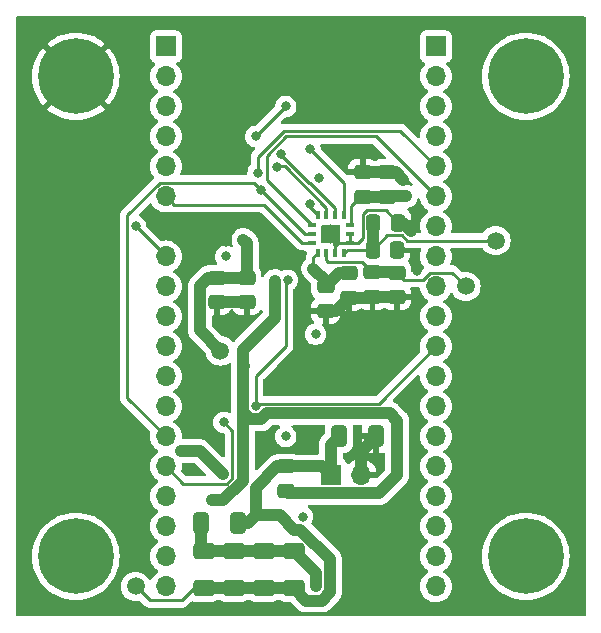
<source format=gbr>
%TF.GenerationSoftware,KiCad,Pcbnew,7.0.9-7.0.9~ubuntu22.04.1*%
%TF.CreationDate,2023-12-17T20:48:01-06:00*%
%TF.ProjectId,ultrasonic_microphone,756c7472-6173-46f6-9e69-635f6d696372,rev?*%
%TF.SameCoordinates,Original*%
%TF.FileFunction,Copper,L4,Bot*%
%TF.FilePolarity,Positive*%
%FSLAX46Y46*%
G04 Gerber Fmt 4.6, Leading zero omitted, Abs format (unit mm)*
G04 Created by KiCad (PCBNEW 7.0.9-7.0.9~ubuntu22.04.1) date 2023-12-17 20:48:01*
%MOMM*%
%LPD*%
G01*
G04 APERTURE LIST*
G04 Aperture macros list*
%AMRoundRect*
0 Rectangle with rounded corners*
0 $1 Rounding radius*
0 $2 $3 $4 $5 $6 $7 $8 $9 X,Y pos of 4 corners*
0 Add a 4 corners polygon primitive as box body*
4,1,4,$2,$3,$4,$5,$6,$7,$8,$9,$2,$3,0*
0 Add four circle primitives for the rounded corners*
1,1,$1+$1,$2,$3*
1,1,$1+$1,$4,$5*
1,1,$1+$1,$6,$7*
1,1,$1+$1,$8,$9*
0 Add four rect primitives between the rounded corners*
20,1,$1+$1,$2,$3,$4,$5,0*
20,1,$1+$1,$4,$5,$6,$7,0*
20,1,$1+$1,$6,$7,$8,$9,0*
20,1,$1+$1,$8,$9,$2,$3,0*%
G04 Aperture macros list end*
%TA.AperFunction,ComponentPad*%
%ADD10C,1.500000*%
%TD*%
%TA.AperFunction,ComponentPad*%
%ADD11C,6.400000*%
%TD*%
%TA.AperFunction,ConnectorPad*%
%ADD12C,6.400000*%
%TD*%
%TA.AperFunction,ComponentPad*%
%ADD13C,3.600000*%
%TD*%
%TA.AperFunction,SMDPad,CuDef*%
%ADD14R,0.450000X0.660400*%
%TD*%
%TA.AperFunction,SMDPad,CuDef*%
%ADD15R,0.660400X0.450000*%
%TD*%
%TA.AperFunction,SMDPad,CuDef*%
%ADD16RoundRect,0.250000X0.475000X-0.337500X0.475000X0.337500X-0.475000X0.337500X-0.475000X-0.337500X0*%
%TD*%
%TA.AperFunction,SMDPad,CuDef*%
%ADD17RoundRect,0.250000X-0.475000X0.337500X-0.475000X-0.337500X0.475000X-0.337500X0.475000X0.337500X0*%
%TD*%
%TA.AperFunction,ComponentPad*%
%ADD18O,1.700000X1.700000*%
%TD*%
%TA.AperFunction,ComponentPad*%
%ADD19R,1.700000X1.700000*%
%TD*%
%TA.AperFunction,SMDPad,CuDef*%
%ADD20RoundRect,0.250000X-0.337500X-0.475000X0.337500X-0.475000X0.337500X0.475000X-0.337500X0.475000X0*%
%TD*%
%TA.AperFunction,SMDPad,CuDef*%
%ADD21RoundRect,0.250000X-0.650000X0.412500X-0.650000X-0.412500X0.650000X-0.412500X0.650000X0.412500X0*%
%TD*%
%TA.AperFunction,SMDPad,CuDef*%
%ADD22RoundRect,0.250000X-0.412500X-0.650000X0.412500X-0.650000X0.412500X0.650000X-0.412500X0.650000X0*%
%TD*%
%TA.AperFunction,ViaPad*%
%ADD23C,0.800000*%
%TD*%
%TA.AperFunction,Conductor*%
%ADD24C,0.250000*%
%TD*%
%TA.AperFunction,Conductor*%
%ADD25C,1.000000*%
%TD*%
G04 APERTURE END LIST*
D10*
%TO.P,TP22,1,1*%
%TO.N,Net-(J3-Pin_1)*%
X129540000Y-76200000D03*
%TD*%
%TO.P,TP21,1,1*%
%TO.N,Net-(U4-REGCAPA)*%
X136688230Y-56250138D03*
%TD*%
%TO.P,TP25,1,1*%
%TO.N,Net-(U5-V1P8ANA)*%
X157480000Y-50800000D03*
%TD*%
%TO.P,TP24,1,1*%
%TO.N,Net-(U5-V1P8DIG)*%
X160020000Y-46913934D03*
%TD*%
D11*
%TO.P,GND,1*%
%TO.N,GND*%
X124460000Y-33020000D03*
%TD*%
D12*
%TO.P,REF\u002A\u002A,1*%
%TO.N,N/C*%
X162560000Y-33020000D03*
D13*
X162560000Y-33020000D03*
%TD*%
D12*
%TO.P,REF\u002A\u002A,1*%
%TO.N,N/C*%
X162560000Y-73660000D03*
D13*
X162560000Y-73660000D03*
%TD*%
%TO.P,REF\u002A\u002A,1*%
%TO.N,N/C*%
X124460000Y-73660000D03*
D12*
X124460000Y-73660000D03*
%TD*%
D14*
%TO.P,U5,1,\u002ACS/SCL*%
%TO.N,ACCEL_CS\u002A*%
X144925100Y-44732363D03*
%TO.P,U5,2,SCLK/VSSIO*%
%TO.N,SCLK_SPI*%
X145675098Y-44732363D03*
%TO.P,U5,3,MOSI/SDA*%
%TO.N,MOSI_SPI*%
X146425100Y-44732363D03*
%TO.P,U5,4,MISO/ASEL*%
%TO.N,MISO_SPI*%
X147175098Y-44732363D03*
D15*
%TO.P,U5,5,VDDIO*%
%TO.N,+3.3V*%
X147675699Y-45607962D03*
%TO.P,U5,6,VSSIO*%
%TO.N,GND*%
X147675699Y-46357963D03*
%TO.P,U5,7,RESERVED*%
X147675699Y-47107964D03*
D14*
%TO.P,U5,8,V1P8DIG*%
%TO.N,Net-(U5-V1P8DIG)*%
X147175098Y-47983563D03*
%TO.P,U5,9,VSS*%
%TO.N,GND*%
X146425100Y-47983563D03*
%TO.P,U5,10,V1P8ANA*%
%TO.N,Net-(U5-V1P8ANA)*%
X145675098Y-47983563D03*
%TO.P,U5,11,VSUPPLY*%
%TO.N,+3.3V*%
X144925100Y-47983563D03*
D15*
%TO.P,U5,12,INT1*%
%TO.N,INT1*%
X144424499Y-47107964D03*
%TO.P,U5,13,INT2*%
%TO.N,MCLK*%
X144424499Y-46357963D03*
%TO.P,U5,14,DRDY*%
%TO.N,ACCEL_DRDY*%
X144424499Y-45607962D03*
%TD*%
D16*
%TO.P,R5,1*%
%TO.N,REF*%
X142240000Y-68115000D03*
%TO.P,R5,2*%
%TO.N,Net-(J3-Pin_1)*%
X142240000Y-66040000D03*
%TD*%
D17*
%TO.P,C26,1*%
%TO.N,+3.3V*%
X147585965Y-49694145D03*
%TO.P,C26,2*%
%TO.N,GND*%
X147585965Y-51769145D03*
%TD*%
%TO.P,C10,1*%
%TO.N,Net-(U4-REGCAPA)*%
X138932683Y-50046251D03*
%TO.P,C10,2*%
%TO.N,GND*%
X138932683Y-52121251D03*
%TD*%
%TO.P,C28,1*%
%TO.N,+3.3V*%
X145606277Y-50800000D03*
%TO.P,C28,2*%
%TO.N,GND*%
X145606277Y-52875000D03*
%TD*%
D18*
%TO.P,J2,19,CLK*%
%TO.N,unconnected-(J2-CLK-Pad19)*%
X132080000Y-76200000D03*
%TO.P,J2,18,SD0*%
%TO.N,unconnected-(J2-SD0-Pad18)*%
X132080000Y-73660000D03*
%TO.P,J2,17,SD1*%
%TO.N,unconnected-(J2-SD1-Pad17)*%
X132080000Y-71120000D03*
%TO.P,J2,16,P15*%
%TO.N,unconnected-(J2-P15-Pad16)*%
X132080000Y-68580000D03*
%TO.P,J2,15,P2*%
%TO.N,G2*%
X132080000Y-66040000D03*
%TO.P,J2,14,P0*%
%TO.N,MCLK*%
X132080000Y-63500000D03*
%TO.P,J2,13,P4*%
%TO.N,unconnected-(J2-P4-Pad13)*%
X132080000Y-60960000D03*
%TO.P,J2,12,P16*%
%TO.N,unconnected-(J2-P16-Pad12)*%
X132080000Y-58420000D03*
%TO.P,J2,11,P17*%
%TO.N,unconnected-(J2-P17-Pad11)*%
X132080000Y-55880000D03*
%TO.P,J2,10,P5*%
%TO.N,ADC_CS\u002A*%
X132080000Y-53340000D03*
%TO.P,J2,9,P18*%
%TO.N,SCLK_SPI*%
X132080000Y-50800000D03*
%TO.P,J2,8,P19*%
%TO.N,MISO_SPI*%
X132080000Y-48260000D03*
%TO.P,J2,7,GND*%
%TO.N,GND*%
X132080000Y-45720000D03*
%TO.P,J2,6,P21*%
%TO.N,INT1*%
X132080000Y-43180000D03*
%TO.P,J2,5,RX*%
%TO.N,unconnected-(J2-RX-Pad5)*%
X132080000Y-40640000D03*
%TO.P,J2,4,TX*%
%TO.N,unconnected-(J2-TX-Pad4)*%
X132080000Y-38100000D03*
%TO.P,J2,3,P22*%
%TO.N,unconnected-(J2-P22-Pad3)*%
X132080000Y-35560000D03*
%TO.P,J2,2,P23*%
%TO.N,MOSI_SPI*%
X132080000Y-33020000D03*
D19*
%TO.P,J2,1,GND*%
%TO.N,unconnected-(J2-GND-Pad1)*%
X132080000Y-30480000D03*
%TD*%
D17*
%TO.P,C16,1*%
%TO.N,Net-(U4-REGCAPA)*%
X136392683Y-50046251D03*
%TO.P,C16,2*%
%TO.N,GND*%
X136392683Y-52121251D03*
%TD*%
%TO.P,C27,1*%
%TO.N,Net-(U5-V1P8ANA)*%
X149579668Y-49602411D03*
%TO.P,C27,2*%
%TO.N,GND*%
X149579668Y-51677411D03*
%TD*%
D20*
%TO.P,C25,1*%
%TO.N,Net-(U5-V1P8DIG)*%
X149659480Y-45401947D03*
%TO.P,C25,2*%
%TO.N,GND*%
X151734480Y-45401947D03*
%TD*%
D21*
%TO.P,C15,1*%
%TO.N,Net-(C11-Pad1)*%
X135275746Y-73205320D03*
%TO.P,C15,2*%
%TO.N,Net-(J3-Pin_1)*%
X135275746Y-76330320D03*
%TD*%
D16*
%TO.P,C22,1*%
%TO.N,+3.3V*%
X148742287Y-43186882D03*
%TO.P,C22,2*%
%TO.N,GND*%
X148742287Y-41111882D03*
%TD*%
D20*
%TO.P,C24,1*%
%TO.N,Net-(U5-V1P8DIG)*%
X149592521Y-47678534D03*
%TO.P,C24,2*%
%TO.N,GND*%
X151667521Y-47678534D03*
%TD*%
D19*
%TO.P,J3,1,Pin_1*%
%TO.N,Net-(J3-Pin_1)*%
X146045000Y-66745000D03*
D18*
%TO.P,J3,2,Pin_2*%
%TO.N,GND*%
X148585000Y-66745000D03*
%TD*%
D21*
%TO.P,C12,1*%
%TO.N,Net-(C11-Pad1)*%
X142895746Y-73205320D03*
%TO.P,C12,2*%
%TO.N,Net-(J3-Pin_1)*%
X142895746Y-76330320D03*
%TD*%
D22*
%TO.P,C17,1*%
%TO.N,Net-(J3-Pin_1)*%
X146735000Y-63500000D03*
%TO.P,C17,2*%
%TO.N,GND*%
X149860000Y-63500000D03*
%TD*%
D19*
%TO.P,J1,1,3.3V*%
%TO.N,+3.3V*%
X154940000Y-30480000D03*
D18*
%TO.P,J1,2,EN*%
%TO.N,unconnected-(J1-EN-Pad2)*%
X154940000Y-33020000D03*
%TO.P,J1,3,SVP*%
%TO.N,unconnected-(J1-SVP-Pad3)*%
X154940000Y-35560000D03*
%TO.P,J1,4,SVN*%
%TO.N,unconnected-(J1-SVN-Pad4)*%
X154940000Y-38100000D03*
%TO.P,J1,5,P34*%
%TO.N,ADC_DRDY\u002A*%
X154940000Y-40640000D03*
%TO.P,J1,6,P35*%
%TO.N,ACCEL_DRDY*%
X154940000Y-43180000D03*
%TO.P,J1,7,P32*%
%TO.N,ACCEL_CS\u002A*%
X154940000Y-45720000D03*
%TO.P,J1,8,P33*%
%TO.N,ADC_SYNC*%
X154940000Y-48260000D03*
%TO.P,J1,9,P25*%
%TO.N,unconnected-(J1-P25-Pad9)*%
X154940000Y-50800000D03*
%TO.P,J1,10,P26*%
%TO.N,AMP_OUT*%
X154940000Y-53340000D03*
%TO.P,J1,11,P27*%
%TO.N,VGND*%
X154940000Y-55880000D03*
%TO.P,J1,12,P14*%
%TO.N,REF*%
X154940000Y-58420000D03*
%TO.P,J1,13,P12*%
%TO.N,G1*%
X154940000Y-60960000D03*
%TO.P,J1,14,GND*%
%TO.N,unconnected-(J1-GND-Pad14)*%
X154940000Y-63500000D03*
%TO.P,J1,15,P13*%
%TO.N,G0*%
X154940000Y-66040000D03*
%TO.P,J1,16,SD2*%
%TO.N,unconnected-(J1-SD2-Pad16)*%
X154940000Y-68580000D03*
%TO.P,J1,17,SD3*%
%TO.N,unconnected-(J1-SD3-Pad17)*%
X154940000Y-71120000D03*
%TO.P,J1,18,CMD*%
%TO.N,unconnected-(J1-CMD-Pad18)*%
X154940000Y-73660000D03*
%TO.P,J1,19,5V*%
%TO.N,+5V*%
X154940000Y-76200000D03*
%TD*%
D22*
%TO.P,C13,2*%
%TO.N,Net-(J3-Pin_1)*%
X138177030Y-70810900D03*
%TO.P,C13,1*%
%TO.N,Net-(C11-Pad1)*%
X135052030Y-70810900D03*
%TD*%
D21*
%TO.P,C11,1*%
%TO.N,Net-(C11-Pad1)*%
X140355746Y-73205320D03*
%TO.P,C11,2*%
%TO.N,Net-(J3-Pin_1)*%
X140355746Y-76330320D03*
%TD*%
D16*
%TO.P,C19,1*%
%TO.N,+3.3V*%
X150778353Y-43203249D03*
%TO.P,C19,2*%
%TO.N,GND*%
X150778353Y-41128249D03*
%TD*%
D17*
%TO.P,C29,1*%
%TO.N,Net-(U5-V1P8ANA)*%
X151632193Y-49619209D03*
%TO.P,C29,2*%
%TO.N,GND*%
X151632193Y-51694209D03*
%TD*%
D21*
%TO.P,C14,1*%
%TO.N,Net-(C11-Pad1)*%
X137815746Y-73205320D03*
%TO.P,C14,2*%
%TO.N,Net-(J3-Pin_1)*%
X137815746Y-76330320D03*
%TD*%
D23*
%TO.N,GND*%
X137417582Y-54093489D03*
%TO.N,MISO_SPI*%
X129540000Y-45720000D03*
%TO.N,MOSI_SPI*%
X141803624Y-39578289D03*
%TO.N,ADC_DRDY\u002A*%
X139892868Y-41174424D03*
%TO.N,MOSI_SPI*%
X139700000Y-38100000D03*
%TO.N,REF*%
X135998352Y-68920918D03*
%TO.N,GND*%
X152813219Y-46129976D03*
X147290193Y-53831803D03*
X144780000Y-63500000D03*
X152341757Y-54929598D03*
%TO.N,Net-(U1-IN)*%
X133356597Y-64729076D03*
X136882534Y-66670015D03*
%TO.N,GND*%
X145344112Y-71156781D03*
%TO.N,G2*%
X136999540Y-62307849D03*
%TO.N,+5V*%
X144766735Y-54851801D03*
%TO.N,GND*%
X137201285Y-47043106D03*
X152183694Y-41772518D03*
X134549282Y-66450024D03*
X153366736Y-49511862D03*
%TO.N,+3.3V*%
X152400000Y-43180000D03*
X143665901Y-70279671D03*
X145036632Y-41616872D03*
X144565026Y-49285049D03*
X142240000Y-63500000D03*
X137160000Y-48260000D03*
%TO.N,REF*%
X141325449Y-50347438D03*
X151051005Y-61546519D03*
%TO.N,Net-(U4-REGCAPA)*%
X138649680Y-46851402D03*
%TO.N,Net-(C11-Pad1)*%
X144780000Y-76200000D03*
%TO.N,VGND*%
X139700000Y-60960000D03*
X142402922Y-50271635D03*
%TO.N,MCLK*%
X140123478Y-42595610D03*
%TO.N,ACCEL_CS\u002A*%
X144248069Y-43837913D03*
%TO.N,MOSI_SPI*%
X142240000Y-35560000D03*
%TO.N,MISO_SPI*%
X144304062Y-39148529D03*
%TO.N,SCLK_SPI*%
X141509811Y-40679983D03*
%TD*%
D24*
%TO.N,VGND*%
X142240000Y-55880000D02*
X142240000Y-50434557D01*
X139700000Y-58420000D02*
X142240000Y-55880000D01*
X139700000Y-60960000D02*
X139700000Y-58420000D01*
D25*
%TO.N,REF*%
X140155635Y-62060000D02*
X139244365Y-62060000D01*
X151051005Y-61546519D02*
X140669116Y-61546519D01*
X140669116Y-61546519D02*
X140155635Y-62060000D01*
X139244365Y-62060000D02*
X138600000Y-61415635D01*
X135998352Y-68920918D02*
X136965083Y-68920918D01*
X136965083Y-68920918D02*
X138600000Y-67286001D01*
X138600000Y-67286001D02*
X138600000Y-61415635D01*
%TO.N,Net-(U4-REGCAPA)*%
X136688230Y-56250138D02*
X134967683Y-54529591D01*
X134967683Y-54529591D02*
X134967683Y-50746251D01*
X134967683Y-50746251D02*
X135667683Y-50046251D01*
X135667683Y-50046251D02*
X136392683Y-50046251D01*
D24*
%TO.N,G2*%
X136999540Y-62307849D02*
X137707534Y-63015843D01*
X137707534Y-63015843D02*
X137707534Y-67011741D01*
X137707534Y-67011741D02*
X137224260Y-67495015D01*
X137224260Y-67495015D02*
X133535015Y-67495015D01*
X133535015Y-67495015D02*
X132080000Y-66040000D01*
D25*
%TO.N,Net-(C11-Pad1)*%
X135052030Y-70810900D02*
X135052030Y-72981604D01*
X135052030Y-72981604D02*
X135275746Y-73205320D01*
%TO.N,Net-(J3-Pin_1)*%
X138177030Y-70810900D02*
X139031600Y-70810900D01*
X139031600Y-70810900D02*
X139700000Y-70142500D01*
X141720430Y-70142500D02*
X142957601Y-71379671D01*
X142957601Y-71379671D02*
X143483027Y-71379671D01*
X143483027Y-71379671D02*
X145980000Y-73876644D01*
X145980000Y-73876644D02*
X145980000Y-76697056D01*
X145980000Y-76697056D02*
X145277056Y-77400000D01*
X143965426Y-77400000D02*
X142895746Y-76330320D01*
X145277056Y-77400000D02*
X143965426Y-77400000D01*
%TO.N,Net-(C11-Pad1)*%
X144780000Y-76200000D02*
X144780000Y-75089574D01*
X144780000Y-75089574D02*
X142895746Y-73205320D01*
D24*
%TO.N,Net-(J3-Pin_1)*%
X133445000Y-77375000D02*
X134620000Y-76200000D01*
X130715000Y-77375000D02*
X129540000Y-76200000D01*
X133445000Y-77375000D02*
X130715000Y-77375000D01*
%TO.N,MCLK*%
X128815000Y-60235000D02*
X132080000Y-63500000D01*
%TO.N,MISO_SPI*%
X129540000Y-45720000D02*
X132080000Y-48260000D01*
%TO.N,ADC_DRDY\u002A*%
X139892868Y-41174424D02*
X139892868Y-39827344D01*
X139892868Y-39827344D02*
X142070212Y-37650000D01*
X142070212Y-37650000D02*
X151950000Y-37650000D01*
X151950000Y-37650000D02*
X154940000Y-40640000D01*
%TO.N,ACCEL_DRDY*%
X144424499Y-45607962D02*
X140617868Y-41801331D01*
X142256608Y-38100000D02*
X149860000Y-38100000D01*
X140617868Y-41801331D02*
X140617868Y-39738740D01*
X140617868Y-39738740D02*
X142256608Y-38100000D01*
X149860000Y-38100000D02*
X154940000Y-43180000D01*
%TO.N,MCLK*%
X140123478Y-42595610D02*
X139532868Y-42005000D01*
X139532868Y-42005000D02*
X131593299Y-42005000D01*
X131593299Y-42005000D02*
X128815000Y-44783299D01*
X128815000Y-44783299D02*
X128815000Y-60235000D01*
%TO.N,MOSI_SPI*%
X139700000Y-38100000D02*
X142240000Y-35560000D01*
%TO.N,SCLK_SPI*%
X145675098Y-44152163D02*
X142162935Y-40640000D01*
X142162935Y-40640000D02*
X141549794Y-40640000D01*
X141549794Y-40640000D02*
X141509811Y-40679983D01*
%TO.N,MOSI_SPI*%
X146425100Y-44152163D02*
X144311632Y-42038695D01*
X144311632Y-42038695D02*
X144240664Y-42038695D01*
X144240664Y-42038695D02*
X141768708Y-39566739D01*
%TO.N,INT1*%
X140407563Y-43905000D02*
X132805000Y-43905000D01*
X132805000Y-43905000D02*
X132080000Y-43180000D01*
D25*
%TO.N,Net-(U1-IN)*%
X136882534Y-66670015D02*
X134941595Y-64729076D01*
X134941595Y-64729076D02*
X133356597Y-64729076D01*
D24*
%TO.N,VGND*%
X150098481Y-60721519D02*
X154940000Y-55880000D01*
X139938481Y-60721519D02*
X150098481Y-60721519D01*
D25*
%TO.N,GND*%
X148585000Y-66745000D02*
X148585000Y-64775000D01*
X148585000Y-64775000D02*
X149860000Y-63500000D01*
%TO.N,Net-(J3-Pin_1)*%
X146045000Y-66745000D02*
X146045000Y-64190000D01*
X146045000Y-64190000D02*
X146735000Y-63500000D01*
X142240000Y-66040000D02*
X145340000Y-66040000D01*
X145340000Y-66040000D02*
X146045000Y-66745000D01*
X141515000Y-66040000D02*
X142240000Y-66040000D01*
X141720430Y-70142500D02*
X139700000Y-70142500D01*
X139700000Y-70142500D02*
X139700000Y-67855000D01*
X139700000Y-67855000D02*
X141515000Y-66040000D01*
%TO.N,Net-(C11-Pad1)*%
X140355746Y-73205320D02*
X142895746Y-73205320D01*
X140355746Y-73205320D02*
X137815746Y-73205320D01*
X135275746Y-73205320D02*
X137815746Y-73205320D01*
%TO.N,Net-(J3-Pin_1)*%
X140355746Y-76330320D02*
X142895746Y-76330320D01*
X137815746Y-76330320D02*
X140355746Y-76330320D01*
X135275746Y-76330320D02*
X137815746Y-76330320D01*
D24*
%TO.N,GND*%
X148327580Y-47107964D02*
X148746980Y-46688564D01*
X147675699Y-47107964D02*
X148327580Y-47107964D01*
X148746980Y-46688564D02*
X148746980Y-44681847D01*
X148746980Y-44681847D02*
X149076880Y-44351947D01*
X149076880Y-44351947D02*
X150684480Y-44351947D01*
X150684480Y-44351947D02*
X151734480Y-45401947D01*
D25*
X151734480Y-45401947D02*
X152190260Y-45401947D01*
X152190260Y-45401947D02*
X152865754Y-46077441D01*
D24*
%TO.N,Net-(U5-V1P8ANA)*%
X151632193Y-49619209D02*
X152249846Y-50236862D01*
X152249846Y-50236862D02*
X153841437Y-50236862D01*
X153841437Y-50236862D02*
X154453299Y-49625000D01*
X154453299Y-49625000D02*
X156305000Y-49625000D01*
X156305000Y-49625000D02*
X157480000Y-50800000D01*
%TO.N,Net-(U5-V1P8DIG)*%
X152535521Y-46913934D02*
X160020000Y-46913934D01*
X149592521Y-47678534D02*
X150819108Y-46451947D01*
X150819108Y-46451947D02*
X152073534Y-46451947D01*
X152073534Y-46451947D02*
X152535521Y-46913934D01*
%TO.N,Net-(U4-REGCAPA)*%
X136392683Y-50212523D02*
X136392683Y-50046251D01*
D25*
%TO.N,GND*%
X150778353Y-41128249D02*
X148758654Y-41128249D01*
X148758654Y-41128249D02*
X148742287Y-41111882D01*
X150778353Y-41128249D02*
X151539425Y-41128249D01*
X151539425Y-41128249D02*
X152183694Y-41772518D01*
%TO.N,REF*%
X138600000Y-57450284D02*
X138600000Y-56155000D01*
X138676035Y-57526319D02*
X138600000Y-57450284D01*
X138600000Y-57602354D02*
X138676035Y-57526319D01*
D24*
%TO.N,INT1*%
X143610527Y-47107964D02*
X140407563Y-43905000D01*
%TO.N,GND*%
X146720499Y-47107964D02*
X147675699Y-47107964D01*
X146425100Y-47983563D02*
X146425100Y-47403363D01*
D25*
X149579668Y-51677411D02*
X151615395Y-51677411D01*
X151615395Y-51677411D02*
X151632193Y-51694209D01*
X146480110Y-52875000D02*
X147585965Y-51769145D01*
X136392683Y-52121251D02*
X138932683Y-52121251D01*
D24*
X146425100Y-47403363D02*
X146720499Y-47107964D01*
D25*
X149487934Y-51769145D02*
X149579668Y-51677411D01*
D24*
X147675699Y-46357963D02*
X147675699Y-47107964D01*
D25*
X145606277Y-52875000D02*
X146480110Y-52875000D01*
X147585965Y-51769145D02*
X149487934Y-51769145D01*
%TO.N,+3.3V*%
X145606277Y-50800000D02*
X146712132Y-49694145D01*
D24*
X147725098Y-43963811D02*
X148502027Y-43186882D01*
D25*
X150761986Y-43186882D02*
X150778353Y-43203249D01*
D24*
X148502027Y-43186882D02*
X148742287Y-43186882D01*
D25*
X145606277Y-50326300D02*
X144565026Y-49285049D01*
D24*
X147675699Y-45607962D02*
X147725098Y-45558563D01*
D25*
X152400000Y-43180000D02*
X150801602Y-43180000D01*
D24*
X144565026Y-49285049D02*
X144565026Y-48343637D01*
D25*
X148742287Y-43186882D02*
X150761986Y-43186882D01*
X150801602Y-43180000D02*
X150778353Y-43203249D01*
X146712132Y-49694145D02*
X147585965Y-49694145D01*
D24*
X147725098Y-45558563D02*
X147725098Y-43963811D01*
D25*
X145606277Y-50800000D02*
X145606277Y-50326300D01*
D24*
X144565026Y-48343637D02*
X144925100Y-47983563D01*
D25*
%TO.N,REF*%
X138600000Y-61415635D02*
X138600000Y-57602354D01*
X141302922Y-53452078D02*
X141302922Y-50347438D01*
X151222500Y-67217500D02*
X151668302Y-66771698D01*
X151668302Y-62163816D02*
X151668302Y-66771698D01*
X151222500Y-67217500D02*
X150145000Y-68295000D01*
X138600000Y-56155000D02*
X141302922Y-53452078D01*
X142420000Y-68295000D02*
X142240000Y-68115000D01*
X150145000Y-68295000D02*
X142420000Y-68295000D01*
D24*
X141325449Y-50323803D02*
X141325449Y-50347438D01*
D25*
X151051005Y-61546519D02*
X151668302Y-62163816D01*
%TO.N,Net-(U4-REGCAPA)*%
X138932683Y-50046251D02*
X138932683Y-47134405D01*
X138932683Y-47134405D02*
X138649680Y-46851402D01*
X136392683Y-50046251D02*
X138932683Y-50046251D01*
D24*
%TO.N,VGND*%
X139700000Y-60960000D02*
X139938481Y-60721519D01*
X142402922Y-50295270D02*
X142402922Y-50271635D01*
X142240000Y-50434557D02*
X142402922Y-50271635D01*
%TO.N,AMP_OUT*%
X154492500Y-53787500D02*
X154940000Y-53340000D01*
%TO.N,MCLK*%
X140123478Y-42595610D02*
X143885831Y-46357963D01*
X143885831Y-46357963D02*
X144424499Y-46357963D01*
%TO.N,Net-(U5-V1P8ANA)*%
X145675098Y-48563763D02*
X145839869Y-48728534D01*
D25*
X151615395Y-49602411D02*
X151632193Y-49619209D01*
D24*
X145839869Y-48728534D02*
X148705791Y-48728534D01*
X145675098Y-47983563D02*
X145675098Y-48563763D01*
X148705791Y-48728534D02*
X149579668Y-49602411D01*
D25*
X149579668Y-49602411D02*
X151615395Y-49602411D01*
%TO.N,Net-(U5-V1P8DIG)*%
X149659480Y-47611575D02*
X149592521Y-47678534D01*
D24*
X147480127Y-47678534D02*
X147175098Y-47983563D01*
X149592521Y-47678534D02*
X147480127Y-47678534D01*
D25*
X149659480Y-45401947D02*
X149659480Y-47611575D01*
D24*
%TO.N,INT1*%
X144424499Y-47107964D02*
X143610527Y-47107964D01*
%TO.N,ACCEL_CS\u002A*%
X144248069Y-43837913D02*
X144248069Y-44055332D01*
X144248069Y-44055332D02*
X144925100Y-44732363D01*
%TO.N,MOSI_SPI*%
X146425100Y-44732363D02*
X146425100Y-44152163D01*
%TO.N,MISO_SPI*%
X147175098Y-42019565D02*
X147175098Y-44732363D01*
X144304062Y-39148529D02*
X147175098Y-42019565D01*
%TO.N,SCLK_SPI*%
X145675098Y-44732363D02*
X145675098Y-44152163D01*
%TD*%
%TA.AperFunction,Conductor*%
%TO.N,GND*%
G36*
X148653850Y-62566704D02*
G01*
X148699605Y-62619508D01*
X148709549Y-62688666D01*
X148708064Y-62696973D01*
X148707994Y-62697297D01*
X148697500Y-62800013D01*
X148697500Y-63250000D01*
X149986000Y-63250000D01*
X150053039Y-63269685D01*
X150098794Y-63322489D01*
X150110000Y-63374000D01*
X150110000Y-64899999D01*
X150322472Y-64899999D01*
X150322486Y-64899998D01*
X150425195Y-64889506D01*
X150504797Y-64863128D01*
X150574625Y-64860726D01*
X150634668Y-64896457D01*
X150665861Y-64958977D01*
X150667802Y-64980834D01*
X150667802Y-66305915D01*
X150648117Y-66372954D01*
X150631483Y-66393596D01*
X150586981Y-66438098D01*
X150065305Y-66959773D01*
X150003982Y-66993258D01*
X149976786Y-66991313D01*
X149976786Y-66995000D01*
X149018686Y-66995000D01*
X149044493Y-66954844D01*
X149085000Y-66816889D01*
X149085000Y-66673111D01*
X149044493Y-66535156D01*
X149018686Y-66495000D01*
X149915636Y-66495000D01*
X149915635Y-66494999D01*
X149858432Y-66281513D01*
X149858429Y-66281507D01*
X149758600Y-66067422D01*
X149758599Y-66067420D01*
X149623113Y-65873926D01*
X149623108Y-65873920D01*
X149456082Y-65706894D01*
X149262578Y-65571399D01*
X149048492Y-65471570D01*
X149048486Y-65471567D01*
X148835000Y-65414364D01*
X148835000Y-66309498D01*
X148727315Y-66260320D01*
X148620763Y-66245000D01*
X148549237Y-66245000D01*
X148442685Y-66260320D01*
X148335000Y-66309498D01*
X148335000Y-65414364D01*
X148334999Y-65414364D01*
X148121513Y-65471567D01*
X148121507Y-65471570D01*
X147907422Y-65571399D01*
X147907420Y-65571400D01*
X147713926Y-65706886D01*
X147591865Y-65828947D01*
X147530542Y-65862431D01*
X147460850Y-65857447D01*
X147404917Y-65815575D01*
X147388002Y-65784598D01*
X147381026Y-65765895D01*
X147338796Y-65652669D01*
X147338795Y-65652668D01*
X147338793Y-65652664D01*
X147252547Y-65537455D01*
X147252544Y-65537452D01*
X147137335Y-65451206D01*
X147137332Y-65451205D01*
X147137331Y-65451204D01*
X147126161Y-65447038D01*
X147070231Y-65405166D01*
X147045816Y-65339701D01*
X147045500Y-65330858D01*
X147045500Y-65024499D01*
X147065185Y-64957460D01*
X147117989Y-64911705D01*
X147169500Y-64900499D01*
X147197502Y-64900499D01*
X147197508Y-64900499D01*
X147300297Y-64889999D01*
X147466834Y-64834814D01*
X147616156Y-64742712D01*
X147740212Y-64618656D01*
X147832314Y-64469334D01*
X147887499Y-64302797D01*
X147898000Y-64200009D01*
X147898000Y-63750000D01*
X148697501Y-63750000D01*
X148697501Y-64199986D01*
X148707994Y-64302697D01*
X148763141Y-64469119D01*
X148763143Y-64469124D01*
X148855184Y-64618345D01*
X148979154Y-64742315D01*
X149128375Y-64834356D01*
X149128380Y-64834358D01*
X149294802Y-64889505D01*
X149294809Y-64889506D01*
X149397519Y-64899999D01*
X149609999Y-64899999D01*
X149610000Y-64899998D01*
X149610000Y-63750000D01*
X148697501Y-63750000D01*
X147898000Y-63750000D01*
X147897999Y-62799992D01*
X147897423Y-62794358D01*
X147889420Y-62716008D01*
X147887499Y-62697203D01*
X147887497Y-62697197D01*
X147887450Y-62696976D01*
X147887460Y-62696830D01*
X147886811Y-62690468D01*
X147887945Y-62690352D01*
X147892665Y-62627302D01*
X147934721Y-62571507D01*
X148000266Y-62547306D01*
X148008703Y-62547019D01*
X148586811Y-62547019D01*
X148653850Y-62566704D01*
G37*
%TD.AperFunction*%
%TA.AperFunction,Conductor*%
G36*
X134542851Y-65749261D02*
G01*
X134563493Y-65765895D01*
X135455432Y-66657834D01*
X135488917Y-66719157D01*
X135483933Y-66788849D01*
X135442061Y-66844782D01*
X135376597Y-66869199D01*
X135367751Y-66869515D01*
X133845467Y-66869515D01*
X133778428Y-66849830D01*
X133757786Y-66833196D01*
X133420237Y-66495647D01*
X133386752Y-66434324D01*
X133388143Y-66375872D01*
X133388925Y-66372954D01*
X133415063Y-66275408D01*
X133435659Y-66040000D01*
X133420294Y-65864383D01*
X133434060Y-65795884D01*
X133482675Y-65745701D01*
X133543822Y-65729576D01*
X134475812Y-65729576D01*
X134542851Y-65749261D01*
G37*
%TD.AperFunction*%
%TA.AperFunction,Conductor*%
G36*
X141705051Y-62566704D02*
G01*
X141750806Y-62619508D01*
X141760750Y-62688666D01*
X141731725Y-62752222D01*
X141710897Y-62771337D01*
X141634129Y-62827111D01*
X141507466Y-62967785D01*
X141412821Y-63131715D01*
X141412818Y-63131722D01*
X141354327Y-63311740D01*
X141354326Y-63311744D01*
X141334540Y-63500000D01*
X141354326Y-63688256D01*
X141354327Y-63688259D01*
X141412818Y-63868277D01*
X141412821Y-63868284D01*
X141507467Y-64032216D01*
X141613158Y-64149597D01*
X141634129Y-64172888D01*
X141787265Y-64284148D01*
X141787270Y-64284151D01*
X141960192Y-64361142D01*
X141960197Y-64361144D01*
X142145354Y-64400500D01*
X142145355Y-64400500D01*
X142334644Y-64400500D01*
X142334646Y-64400500D01*
X142519803Y-64361144D01*
X142692730Y-64284151D01*
X142845871Y-64172888D01*
X142972533Y-64032216D01*
X143067179Y-63868284D01*
X143125674Y-63688256D01*
X143145460Y-63500000D01*
X143125674Y-63311744D01*
X143067179Y-63131716D01*
X142972533Y-62967784D01*
X142845871Y-62827112D01*
X142839070Y-62822171D01*
X142769103Y-62771337D01*
X142726437Y-62716008D01*
X142720458Y-62646394D01*
X142753063Y-62584599D01*
X142813902Y-62550242D01*
X142841988Y-62547019D01*
X145461297Y-62547019D01*
X145528336Y-62566704D01*
X145574091Y-62619508D01*
X145584035Y-62688666D01*
X145582549Y-62696980D01*
X145582500Y-62697204D01*
X145572000Y-62799983D01*
X145572000Y-63196716D01*
X145552315Y-63263755D01*
X145535681Y-63284397D01*
X145346531Y-63473547D01*
X145281946Y-63534942D01*
X145246899Y-63585294D01*
X145244062Y-63589056D01*
X145205302Y-63636592D01*
X145205299Y-63636597D01*
X145189392Y-63667047D01*
X145185324Y-63673761D01*
X145165702Y-63701954D01*
X145141509Y-63758330D01*
X145139488Y-63762584D01*
X145111091Y-63816951D01*
X145111090Y-63816952D01*
X145101640Y-63849975D01*
X145099007Y-63857371D01*
X145085459Y-63888943D01*
X145073113Y-63949019D01*
X145071990Y-63953595D01*
X145055113Y-64012577D01*
X145055113Y-64012579D01*
X145052503Y-64046841D01*
X145051414Y-64054608D01*
X145045980Y-64081052D01*
X145044500Y-64088258D01*
X145044500Y-64149597D01*
X145044321Y-64154306D01*
X145039662Y-64215474D01*
X145041707Y-64231527D01*
X145044003Y-64249560D01*
X145044500Y-64257388D01*
X145044500Y-64915500D01*
X145024815Y-64982539D01*
X144972011Y-65028294D01*
X144920500Y-65039500D01*
X143104866Y-65039500D01*
X143039768Y-65021038D01*
X143034338Y-65017688D01*
X143034335Y-65017686D01*
X143034334Y-65017686D01*
X142867797Y-64962501D01*
X142867795Y-64962500D01*
X142765010Y-64952000D01*
X141714998Y-64952000D01*
X141714980Y-64952001D01*
X141612203Y-64962500D01*
X141612200Y-64962501D01*
X141445668Y-65017685D01*
X141445656Y-65017691D01*
X141423892Y-65031115D01*
X141381083Y-65047556D01*
X141380493Y-65047663D01*
X141378377Y-65048042D01*
X141373689Y-65048709D01*
X141312564Y-65054925D01*
X141312555Y-65054927D01*
X141279781Y-65065210D01*
X141272154Y-65067082D01*
X141238350Y-65073141D01*
X141181384Y-65095894D01*
X141176948Y-65097473D01*
X141118414Y-65115840D01*
X141118412Y-65115841D01*
X141088385Y-65132506D01*
X141081293Y-65135874D01*
X141049383Y-65148621D01*
X140998154Y-65182383D01*
X140994126Y-65184824D01*
X140940502Y-65214588D01*
X140940499Y-65214590D01*
X140914427Y-65236970D01*
X140908160Y-65241695D01*
X140879482Y-65260598D01*
X140879475Y-65260603D01*
X140836116Y-65303962D01*
X140832661Y-65307164D01*
X140786106Y-65347132D01*
X140786105Y-65347133D01*
X140765076Y-65374300D01*
X140759884Y-65380194D01*
X139812181Y-66327898D01*
X139750858Y-66361383D01*
X139681167Y-66356399D01*
X139625233Y-66314527D01*
X139600816Y-66249063D01*
X139600500Y-66240217D01*
X139600500Y-63184500D01*
X139620185Y-63117461D01*
X139672989Y-63071706D01*
X139724500Y-63060500D01*
X140142919Y-63060500D01*
X140231993Y-63062757D01*
X140231993Y-63062756D01*
X140231998Y-63062757D01*
X140292388Y-63051932D01*
X140297047Y-63051280D01*
X140339242Y-63046988D01*
X140358073Y-63045074D01*
X140390862Y-63034786D01*
X140398475Y-63032918D01*
X140432288Y-63026858D01*
X140489256Y-63004101D01*
X140493688Y-63002524D01*
X140552223Y-62984159D01*
X140582262Y-62967484D01*
X140589343Y-62964122D01*
X140621252Y-62951377D01*
X140672489Y-62917608D01*
X140676486Y-62915187D01*
X140730137Y-62885409D01*
X140756203Y-62863030D01*
X140762478Y-62858300D01*
X140791154Y-62839402D01*
X140834520Y-62796034D01*
X140837978Y-62792830D01*
X140866606Y-62768252D01*
X140884530Y-62752866D01*
X140905563Y-62725691D01*
X140910741Y-62719813D01*
X141047219Y-62583336D01*
X141108542Y-62549853D01*
X141134899Y-62547019D01*
X141638012Y-62547019D01*
X141705051Y-62566704D01*
G37*
%TD.AperFunction*%
%TA.AperFunction,Conductor*%
G36*
X130822425Y-43762976D02*
G01*
X130878358Y-43804848D01*
X130891473Y-43826752D01*
X130905966Y-43857832D01*
X130916493Y-43872866D01*
X131041505Y-44051401D01*
X131208599Y-44218495D01*
X131297505Y-44280748D01*
X131402165Y-44354032D01*
X131402167Y-44354033D01*
X131402170Y-44354035D01*
X131616337Y-44453903D01*
X131616343Y-44453904D01*
X131616344Y-44453905D01*
X131647925Y-44462367D01*
X131844592Y-44515063D01*
X132021034Y-44530500D01*
X132079999Y-44535659D01*
X132080000Y-44535659D01*
X132080001Y-44535659D01*
X132138966Y-44530500D01*
X132315408Y-44515063D01*
X132469568Y-44473756D01*
X132539416Y-44475419D01*
X132561395Y-44484867D01*
X132572908Y-44491197D01*
X132585523Y-44494435D01*
X132592305Y-44496177D01*
X132610719Y-44502481D01*
X132629104Y-44510438D01*
X132675157Y-44517732D01*
X132680826Y-44518906D01*
X132725981Y-44530500D01*
X132746016Y-44530500D01*
X132765413Y-44532026D01*
X132785196Y-44535160D01*
X132831584Y-44530775D01*
X132837422Y-44530500D01*
X140097111Y-44530500D01*
X140164150Y-44550185D01*
X140184791Y-44566818D01*
X141647609Y-46029637D01*
X143109724Y-47491752D01*
X143119549Y-47504015D01*
X143119770Y-47503833D01*
X143124741Y-47509842D01*
X143134888Y-47519370D01*
X143175162Y-47557190D01*
X143196056Y-47578084D01*
X143201538Y-47582337D01*
X143205970Y-47586121D01*
X143239945Y-47618026D01*
X143257503Y-47627678D01*
X143273762Y-47638359D01*
X143289591Y-47650637D01*
X143332365Y-47669146D01*
X143337583Y-47671702D01*
X143378435Y-47694161D01*
X143397843Y-47699144D01*
X143416244Y-47705444D01*
X143434631Y-47713401D01*
X143478015Y-47720272D01*
X143480646Y-47720689D01*
X143486366Y-47721873D01*
X143531508Y-47733464D01*
X143551543Y-47733464D01*
X143570941Y-47734990D01*
X143590721Y-47738123D01*
X143590722Y-47738124D01*
X143590722Y-47738123D01*
X143590723Y-47738124D01*
X143637111Y-47733739D01*
X143642949Y-47733464D01*
X143752860Y-47733464D01*
X143819899Y-47753149D01*
X143827171Y-47758197D01*
X143851967Y-47776759D01*
X143851970Y-47776761D01*
X143974078Y-47822304D01*
X144030012Y-47864175D01*
X144054429Y-47929639D01*
X144039578Y-47997912D01*
X144028728Y-48014481D01*
X144022355Y-48022697D01*
X144022350Y-48022705D01*
X144003841Y-48065475D01*
X144001271Y-48070721D01*
X143978829Y-48111543D01*
X143973848Y-48130944D01*
X143967547Y-48149347D01*
X143959588Y-48167739D01*
X143959587Y-48167742D01*
X143952297Y-48213764D01*
X143951113Y-48219483D01*
X143939527Y-48264609D01*
X143939526Y-48264619D01*
X143939526Y-48284653D01*
X143937999Y-48304052D01*
X143934866Y-48323831D01*
X143934866Y-48323832D01*
X143939251Y-48370220D01*
X143939526Y-48376058D01*
X143939526Y-48446726D01*
X143919841Y-48513765D01*
X143898654Y-48538735D01*
X143818813Y-48610868D01*
X143818812Y-48610870D01*
X143698379Y-48774877D01*
X143698375Y-48774884D01*
X143613423Y-48959774D01*
X143613419Y-48959786D01*
X143567422Y-49157994D01*
X143562268Y-49361407D01*
X143598166Y-49561697D01*
X143598168Y-49561703D01*
X143635908Y-49656184D01*
X143669156Y-49739419D01*
X143673649Y-49750665D01*
X143673655Y-49750677D01*
X143785622Y-49920566D01*
X143785625Y-49920570D01*
X144344458Y-50479402D01*
X144377943Y-50540725D01*
X144380777Y-50567083D01*
X144380777Y-51187501D01*
X144380778Y-51187519D01*
X144391277Y-51290296D01*
X144391278Y-51290299D01*
X144446462Y-51456831D01*
X144446464Y-51456836D01*
X144454312Y-51469559D01*
X144538565Y-51606156D01*
X144662621Y-51730212D01*
X144665905Y-51732237D01*
X144665930Y-51732253D01*
X144667722Y-51734246D01*
X144668288Y-51734693D01*
X144668211Y-51734789D01*
X144712656Y-51784199D01*
X144723880Y-51853161D01*
X144696038Y-51917244D01*
X144665942Y-51943326D01*
X144662937Y-51945179D01*
X144662932Y-51945183D01*
X144538961Y-52069154D01*
X144446920Y-52218375D01*
X144446918Y-52218380D01*
X144391771Y-52384802D01*
X144391770Y-52384809D01*
X144381277Y-52487513D01*
X144381277Y-52625000D01*
X145732277Y-52625000D01*
X145799316Y-52644685D01*
X145845071Y-52697489D01*
X145856277Y-52749000D01*
X145856277Y-53962499D01*
X146131249Y-53962499D01*
X146131263Y-53962498D01*
X146233974Y-53952005D01*
X146400396Y-53896858D01*
X146400401Y-53896856D01*
X146549622Y-53804815D01*
X146673592Y-53680845D01*
X146765633Y-53531624D01*
X146765635Y-53531619D01*
X146820782Y-53365197D01*
X146820783Y-53365190D01*
X146831276Y-53262486D01*
X146831276Y-52970490D01*
X146850960Y-52903451D01*
X146903764Y-52857696D01*
X146967880Y-52847132D01*
X147060986Y-52856644D01*
X147335964Y-52856644D01*
X147835965Y-52856644D01*
X148110937Y-52856644D01*
X148110951Y-52856643D01*
X148213662Y-52846150D01*
X148380084Y-52791003D01*
X148380089Y-52791001D01*
X148529309Y-52698961D01*
X148557540Y-52670729D01*
X148618862Y-52637243D01*
X148688554Y-52642225D01*
X148710321Y-52652870D01*
X148785537Y-52699264D01*
X148785548Y-52699269D01*
X148951970Y-52754416D01*
X148951977Y-52754417D01*
X149054687Y-52764910D01*
X149329667Y-52764910D01*
X149329668Y-52764909D01*
X149329668Y-51927411D01*
X149829668Y-51927411D01*
X149829668Y-52764910D01*
X150104640Y-52764910D01*
X150104654Y-52764909D01*
X150207365Y-52754416D01*
X150373787Y-52699269D01*
X150373792Y-52699267D01*
X150529159Y-52603436D01*
X150530445Y-52605522D01*
X150584460Y-52583724D01*
X150653104Y-52596756D01*
X150684271Y-52619448D01*
X150688847Y-52624024D01*
X150838068Y-52716065D01*
X150838073Y-52716067D01*
X151004495Y-52771214D01*
X151004502Y-52771215D01*
X151107212Y-52781708D01*
X151382192Y-52781708D01*
X151382193Y-52781707D01*
X151382193Y-51944209D01*
X151882193Y-51944209D01*
X151882193Y-52781708D01*
X152157165Y-52781708D01*
X152157179Y-52781707D01*
X152259890Y-52771214D01*
X152426312Y-52716067D01*
X152426317Y-52716065D01*
X152575538Y-52624024D01*
X152699508Y-52500054D01*
X152791549Y-52350833D01*
X152791551Y-52350828D01*
X152846698Y-52184406D01*
X152846699Y-52184399D01*
X152857192Y-52081695D01*
X152857193Y-52081682D01*
X152857193Y-51944209D01*
X151882193Y-51944209D01*
X151382193Y-51944209D01*
X150435353Y-51944209D01*
X150378146Y-51927411D01*
X149829668Y-51927411D01*
X149329668Y-51927411D01*
X148850965Y-51927411D01*
X148837552Y-51940823D01*
X148831280Y-51962184D01*
X148778476Y-52007939D01*
X148726965Y-52019145D01*
X147835965Y-52019145D01*
X147835965Y-52856644D01*
X147335964Y-52856644D01*
X147335965Y-52856643D01*
X147335965Y-51643145D01*
X147355650Y-51576106D01*
X147408454Y-51530351D01*
X147459965Y-51519145D01*
X148314668Y-51519145D01*
X148328080Y-51505732D01*
X148334353Y-51484372D01*
X148387157Y-51438617D01*
X148438668Y-51427411D01*
X150776508Y-51427411D01*
X150833715Y-51444209D01*
X152857192Y-51444209D01*
X152857192Y-51306737D01*
X152857191Y-51306722D01*
X152846698Y-51204011D01*
X152789279Y-51030732D01*
X152790802Y-51030227D01*
X152781610Y-50969685D01*
X152810131Y-50905902D01*
X152868609Y-50867665D01*
X152904483Y-50862362D01*
X153476172Y-50862362D01*
X153543211Y-50882047D01*
X153588966Y-50934851D01*
X153599700Y-50975554D01*
X153604936Y-51035403D01*
X153604938Y-51035413D01*
X153666094Y-51263655D01*
X153666096Y-51263659D01*
X153666097Y-51263663D01*
X153745326Y-51433569D01*
X153765965Y-51477830D01*
X153765967Y-51477834D01*
X153901501Y-51671395D01*
X153901506Y-51671402D01*
X154068597Y-51838493D01*
X154068603Y-51838498D01*
X154254158Y-51968425D01*
X154297783Y-52023002D01*
X154304977Y-52092500D01*
X154273454Y-52154855D01*
X154254158Y-52171575D01*
X154068597Y-52301505D01*
X153901505Y-52468597D01*
X153765965Y-52662169D01*
X153765964Y-52662171D01*
X153666098Y-52876335D01*
X153666094Y-52876344D01*
X153604938Y-53104586D01*
X153604936Y-53104596D01*
X153584341Y-53339999D01*
X153584341Y-53340000D01*
X153604936Y-53575403D01*
X153604938Y-53575413D01*
X153666094Y-53803655D01*
X153666096Y-53803659D01*
X153666097Y-53803663D01*
X153765965Y-54017830D01*
X153765967Y-54017834D01*
X153901501Y-54211395D01*
X153901506Y-54211402D01*
X154068597Y-54378493D01*
X154068603Y-54378498D01*
X154254158Y-54508425D01*
X154297783Y-54563002D01*
X154304977Y-54632500D01*
X154273454Y-54694855D01*
X154254158Y-54711575D01*
X154068597Y-54841505D01*
X153901505Y-55008597D01*
X153765965Y-55202169D01*
X153765964Y-55202171D01*
X153666098Y-55416335D01*
X153666094Y-55416344D01*
X153604938Y-55644586D01*
X153604936Y-55644596D01*
X153584341Y-55879999D01*
X153584341Y-55880000D01*
X153604936Y-56115403D01*
X153604938Y-56115413D01*
X153631856Y-56215872D01*
X153630193Y-56285722D01*
X153599762Y-56335646D01*
X149875709Y-60059700D01*
X149814386Y-60093185D01*
X149788028Y-60096019D01*
X140449500Y-60096019D01*
X140382461Y-60076334D01*
X140336706Y-60023530D01*
X140325500Y-59972019D01*
X140325500Y-58730452D01*
X140345185Y-58663413D01*
X140361819Y-58642771D01*
X141477947Y-57526643D01*
X142623788Y-56380801D01*
X142636042Y-56370986D01*
X142635859Y-56370764D01*
X142641866Y-56365792D01*
X142641877Y-56365786D01*
X142672775Y-56332882D01*
X142689227Y-56315364D01*
X142699671Y-56304918D01*
X142710120Y-56294471D01*
X142714379Y-56288978D01*
X142718152Y-56284561D01*
X142750062Y-56250582D01*
X142759713Y-56233024D01*
X142770396Y-56216761D01*
X142782673Y-56200936D01*
X142801185Y-56158153D01*
X142803738Y-56152941D01*
X142826197Y-56112092D01*
X142831180Y-56092680D01*
X142837481Y-56074280D01*
X142845437Y-56055896D01*
X142852729Y-56009852D01*
X142853906Y-56004171D01*
X142865500Y-55959019D01*
X142865500Y-55938983D01*
X142867027Y-55919582D01*
X142870160Y-55899804D01*
X142865775Y-55853415D01*
X142865500Y-55847577D01*
X142865500Y-54851801D01*
X143861275Y-54851801D01*
X143881061Y-55040057D01*
X143881062Y-55040060D01*
X143939553Y-55220078D01*
X143939556Y-55220085D01*
X144034202Y-55384017D01*
X144087546Y-55443261D01*
X144160864Y-55524689D01*
X144314000Y-55635949D01*
X144314005Y-55635952D01*
X144486927Y-55712943D01*
X144486932Y-55712945D01*
X144672089Y-55752301D01*
X144672090Y-55752301D01*
X144861379Y-55752301D01*
X144861381Y-55752301D01*
X145046538Y-55712945D01*
X145219465Y-55635952D01*
X145372606Y-55524689D01*
X145499268Y-55384017D01*
X145593914Y-55220085D01*
X145652409Y-55040057D01*
X145672195Y-54851801D01*
X145652409Y-54663545D01*
X145593914Y-54483517D01*
X145499268Y-54319585D01*
X145372606Y-54178913D01*
X145355258Y-54166309D01*
X145312594Y-54110979D01*
X145306615Y-54041366D01*
X145339221Y-53979571D01*
X145340465Y-53978310D01*
X145356277Y-53962498D01*
X145356277Y-53125000D01*
X144381278Y-53125000D01*
X144381278Y-53262486D01*
X144391771Y-53365197D01*
X144446918Y-53531619D01*
X144446920Y-53531624D01*
X144538961Y-53680845D01*
X144623855Y-53765739D01*
X144657340Y-53827062D01*
X144652356Y-53896754D01*
X144610484Y-53952687D01*
X144561955Y-53974710D01*
X144486932Y-53990656D01*
X144486927Y-53990658D01*
X144314005Y-54067649D01*
X144314000Y-54067652D01*
X144160864Y-54178912D01*
X144034201Y-54319586D01*
X143939556Y-54483516D01*
X143939553Y-54483523D01*
X143891148Y-54632500D01*
X143881061Y-54663545D01*
X143861275Y-54851801D01*
X142865500Y-54851801D01*
X142865500Y-51111811D01*
X142885185Y-51044772D01*
X142916612Y-51011495D01*
X143008793Y-50944523D01*
X143135455Y-50803851D01*
X143230101Y-50639919D01*
X143288596Y-50459891D01*
X143308382Y-50271635D01*
X143288596Y-50083379D01*
X143230101Y-49903351D01*
X143135455Y-49739419D01*
X143008793Y-49598747D01*
X143008792Y-49598746D01*
X142855656Y-49487486D01*
X142855651Y-49487483D01*
X142682729Y-49410492D01*
X142682724Y-49410490D01*
X142510496Y-49373883D01*
X142497568Y-49371135D01*
X142308276Y-49371135D01*
X142295348Y-49373883D01*
X142123119Y-49410490D01*
X142123114Y-49410492D01*
X141950182Y-49487488D01*
X141948360Y-49488540D01*
X141947175Y-49488827D01*
X141944256Y-49490127D01*
X141944017Y-49489592D01*
X141880457Y-49504997D01*
X141831775Y-49492467D01*
X141821616Y-49487484D01*
X141652193Y-49404378D01*
X141455207Y-49353375D01*
X141455209Y-49353375D01*
X141319726Y-49346504D01*
X141251986Y-49343069D01*
X141251985Y-49343069D01*
X141251983Y-49343069D01*
X141050858Y-49373880D01*
X141050846Y-49373883D01*
X140860040Y-49444549D01*
X140860033Y-49444553D01*
X140687354Y-49552183D01*
X140687349Y-49552187D01*
X140539871Y-49692376D01*
X140539869Y-49692378D01*
X140539869Y-49692379D01*
X140507128Y-49739419D01*
X140423625Y-49859391D01*
X140423624Y-49859392D01*
X140396132Y-49923457D01*
X140351605Y-49977300D01*
X140285037Y-49998523D01*
X140217562Y-49980387D01*
X140170603Y-49928651D01*
X140158182Y-49874556D01*
X140158182Y-49658749D01*
X140158181Y-49658731D01*
X140147682Y-49555954D01*
X140147681Y-49555951D01*
X140125343Y-49488540D01*
X140092497Y-49389417D01*
X140000395Y-49240095D01*
X139969502Y-49209202D01*
X139936017Y-49147879D01*
X139933183Y-49121521D01*
X139933183Y-47147120D01*
X139935440Y-47058046D01*
X139935439Y-47058045D01*
X139935440Y-47058042D01*
X139924616Y-46997658D01*
X139923963Y-46992992D01*
X139919610Y-46950191D01*
X139917757Y-46931967D01*
X139907471Y-46899185D01*
X139905601Y-46891571D01*
X139899541Y-46857753D01*
X139876775Y-46800757D01*
X139875210Y-46796360D01*
X139856842Y-46737817D01*
X139845160Y-46716771D01*
X139840174Y-46707787D01*
X139836803Y-46700689D01*
X139824061Y-46668788D01*
X139790288Y-46617544D01*
X139787866Y-46613547D01*
X139758092Y-46559903D01*
X139735717Y-46533839D01*
X139730989Y-46527568D01*
X139712087Y-46498889D01*
X139712082Y-46498883D01*
X139690398Y-46477200D01*
X139668702Y-46455504D01*
X139665511Y-46452060D01*
X139625548Y-46405509D01*
X139598377Y-46384477D01*
X139592490Y-46379292D01*
X139321260Y-46108062D01*
X139203087Y-46011704D01*
X139022729Y-45917493D01*
X138994005Y-45909274D01*
X138841898Y-45865750D01*
X138827098Y-45861515D01*
X138827097Y-45861514D01*
X138827096Y-45861514D01*
X138624205Y-45846064D01*
X138624202Y-45846064D01*
X138422358Y-45871770D01*
X138422350Y-45871772D01*
X138229809Y-45937585D01*
X138229797Y-45937591D01*
X138054458Y-46040808D01*
X138054451Y-46040813D01*
X137903467Y-46177222D01*
X137903467Y-46177223D01*
X137783033Y-46341230D01*
X137783029Y-46341237D01*
X137698077Y-46526127D01*
X137698073Y-46526139D01*
X137652076Y-46724347D01*
X137646922Y-46927760D01*
X137682820Y-47128050D01*
X137682822Y-47128056D01*
X137707832Y-47190666D01*
X137747482Y-47289930D01*
X137753756Y-47305635D01*
X137760344Y-47375194D01*
X137728280Y-47437272D01*
X137667745Y-47472160D01*
X137597957Y-47468782D01*
X137588167Y-47464912D01*
X137439807Y-47398857D01*
X137439802Y-47398855D01*
X137271865Y-47363160D01*
X137254646Y-47359500D01*
X137065354Y-47359500D01*
X137048135Y-47363160D01*
X136880197Y-47398855D01*
X136880192Y-47398857D01*
X136707270Y-47475848D01*
X136707265Y-47475851D01*
X136554129Y-47587111D01*
X136427466Y-47727785D01*
X136332821Y-47891715D01*
X136332818Y-47891722D01*
X136289645Y-48024596D01*
X136274326Y-48071744D01*
X136254540Y-48260000D01*
X136274326Y-48448256D01*
X136274327Y-48448259D01*
X136332818Y-48628277D01*
X136332821Y-48628284D01*
X136415940Y-48772251D01*
X136432413Y-48840152D01*
X136409560Y-48906178D01*
X136354639Y-48949369D01*
X136308553Y-48958251D01*
X135867681Y-48958251D01*
X135867663Y-48958252D01*
X135764886Y-48968751D01*
X135764883Y-48968752D01*
X135598353Y-49023934D01*
X135598348Y-49023937D01*
X135576569Y-49037370D01*
X135533274Y-49053898D01*
X135530890Y-49054324D01*
X135526262Y-49054971D01*
X135465247Y-49061176D01*
X135432463Y-49071461D01*
X135424836Y-49073333D01*
X135391032Y-49079392D01*
X135334064Y-49102146D01*
X135329628Y-49103725D01*
X135271097Y-49122091D01*
X135271093Y-49122093D01*
X135241061Y-49138761D01*
X135233967Y-49142130D01*
X135202065Y-49154874D01*
X135202060Y-49154876D01*
X135150839Y-49188632D01*
X135146811Y-49191073D01*
X135093184Y-49220839D01*
X135067117Y-49243216D01*
X135060848Y-49247943D01*
X135032167Y-49266846D01*
X135032161Y-49266851D01*
X134988793Y-49310218D01*
X134985339Y-49313419D01*
X134938785Y-49353387D01*
X134917759Y-49380549D01*
X134912568Y-49386443D01*
X134269214Y-50029798D01*
X134204629Y-50091193D01*
X134169582Y-50141545D01*
X134166745Y-50145307D01*
X134127985Y-50192843D01*
X134127982Y-50192848D01*
X134112075Y-50223298D01*
X134108007Y-50230012D01*
X134088385Y-50258205D01*
X134064192Y-50314581D01*
X134062171Y-50318835D01*
X134033774Y-50373202D01*
X134033773Y-50373203D01*
X134024323Y-50406226D01*
X134021690Y-50413622D01*
X134008142Y-50445194D01*
X133995796Y-50505270D01*
X133994673Y-50509846D01*
X133977796Y-50568828D01*
X133977796Y-50568830D01*
X133975186Y-50603092D01*
X133974097Y-50610859D01*
X133968663Y-50637303D01*
X133967183Y-50644509D01*
X133967183Y-50705848D01*
X133967004Y-50710557D01*
X133962345Y-50771725D01*
X133963673Y-50782145D01*
X133966686Y-50805811D01*
X133967183Y-50813639D01*
X133967183Y-54516874D01*
X133964926Y-54605953D01*
X133964926Y-54605961D01*
X133975747Y-54666330D01*
X133976401Y-54670995D01*
X133982608Y-54732021D01*
X133982610Y-54732035D01*
X133992891Y-54764804D01*
X133994762Y-54772428D01*
X134000825Y-54806243D01*
X134000825Y-54806246D01*
X134023577Y-54863203D01*
X134025157Y-54867642D01*
X134043524Y-54926179D01*
X134043527Y-54926186D01*
X134060192Y-54956210D01*
X134063562Y-54963305D01*
X134076305Y-54995205D01*
X134076310Y-54995215D01*
X134110060Y-55046424D01*
X134112501Y-55050454D01*
X134142271Y-55104089D01*
X134142272Y-55104090D01*
X134142274Y-55104093D01*
X134164651Y-55130158D01*
X134169376Y-55136426D01*
X134181946Y-55155497D01*
X134188281Y-55165110D01*
X134231661Y-55208490D01*
X134234852Y-55211934D01*
X134274814Y-55258483D01*
X134274813Y-55258483D01*
X134301982Y-55279514D01*
X134307869Y-55284698D01*
X134869280Y-55846109D01*
X135416344Y-56393173D01*
X135449829Y-56454496D01*
X135451129Y-56463048D01*
X135452022Y-56468112D01*
X135508652Y-56679460D01*
X135508654Y-56679464D01*
X135508655Y-56679468D01*
X135554891Y-56778622D01*
X135601127Y-56877776D01*
X135601128Y-56877777D01*
X135726632Y-57057015D01*
X135881353Y-57211736D01*
X136060591Y-57337240D01*
X136258900Y-57429713D01*
X136470253Y-57486345D01*
X136653156Y-57502346D01*
X136688228Y-57505415D01*
X136688230Y-57505415D01*
X136688232Y-57505415D01*
X136716484Y-57502943D01*
X136906207Y-57486345D01*
X137117560Y-57429713D01*
X137315869Y-57337240D01*
X137404377Y-57275265D01*
X137470581Y-57252938D01*
X137538349Y-57269947D01*
X137586162Y-57320895D01*
X137599500Y-57376840D01*
X137599500Y-57437568D01*
X137597242Y-57526643D01*
X137597242Y-57526645D01*
X137597555Y-57528389D01*
X137599500Y-57550263D01*
X137599500Y-57561951D01*
X137599321Y-57566660D01*
X137594662Y-57627828D01*
X137596707Y-57643881D01*
X137599003Y-57661914D01*
X137599500Y-57669742D01*
X137599500Y-61398305D01*
X137579815Y-61465344D01*
X137527011Y-61511099D01*
X137457853Y-61521043D01*
X137425064Y-61511584D01*
X137279347Y-61446706D01*
X137279342Y-61446704D01*
X137113635Y-61411483D01*
X137094186Y-61407349D01*
X136904894Y-61407349D01*
X136885445Y-61411483D01*
X136719737Y-61446704D01*
X136719732Y-61446706D01*
X136546810Y-61523697D01*
X136546805Y-61523700D01*
X136393669Y-61634960D01*
X136267006Y-61775634D01*
X136172361Y-61939564D01*
X136172358Y-61939571D01*
X136113867Y-62119589D01*
X136113866Y-62119593D01*
X136094080Y-62307849D01*
X136113866Y-62496105D01*
X136113867Y-62496108D01*
X136172358Y-62676126D01*
X136172361Y-62676133D01*
X136267007Y-62840065D01*
X136380020Y-62965578D01*
X136393669Y-62980737D01*
X136546805Y-63091997D01*
X136546810Y-63092000D01*
X136719732Y-63168991D01*
X136719737Y-63168993D01*
X136904894Y-63208349D01*
X136958034Y-63208349D01*
X137025073Y-63228034D01*
X137070828Y-63280838D01*
X137082034Y-63332349D01*
X137082034Y-65155232D01*
X137062349Y-65222271D01*
X137009545Y-65268026D01*
X136940387Y-65277970D01*
X136876831Y-65248945D01*
X136870353Y-65242913D01*
X135658046Y-64030607D01*
X135596656Y-63966025D01*
X135596655Y-63966024D01*
X135596654Y-63966023D01*
X135568799Y-63946635D01*
X135546304Y-63930978D01*
X135542541Y-63928140D01*
X135495008Y-63889381D01*
X135495001Y-63889376D01*
X135464554Y-63873473D01*
X135457846Y-63869410D01*
X135429644Y-63849781D01*
X135429641Y-63849779D01*
X135429640Y-63849779D01*
X135429636Y-63849777D01*
X135373275Y-63825590D01*
X135369019Y-63823569D01*
X135314652Y-63795170D01*
X135314645Y-63795167D01*
X135314644Y-63795167D01*
X135308603Y-63793438D01*
X135281625Y-63785718D01*
X135274225Y-63783084D01*
X135242652Y-63769535D01*
X135242653Y-63769535D01*
X135182561Y-63757185D01*
X135177986Y-63756062D01*
X135119015Y-63739189D01*
X135119020Y-63739189D01*
X135084753Y-63736579D01*
X135076975Y-63735488D01*
X135043337Y-63728576D01*
X135043336Y-63728576D01*
X134981997Y-63728576D01*
X134977290Y-63728397D01*
X134971716Y-63727972D01*
X134916119Y-63723738D01*
X134896184Y-63726277D01*
X134882035Y-63728079D01*
X134874206Y-63728576D01*
X133550983Y-63728576D01*
X133483944Y-63708891D01*
X133438189Y-63656087D01*
X133427455Y-63593768D01*
X133427868Y-63589056D01*
X133435659Y-63500000D01*
X133415063Y-63264592D01*
X133353903Y-63036337D01*
X133254035Y-62822171D01*
X133238510Y-62799998D01*
X133118494Y-62628597D01*
X132951402Y-62461506D01*
X132951396Y-62461501D01*
X132765842Y-62331575D01*
X132722217Y-62276998D01*
X132715023Y-62207500D01*
X132746546Y-62145145D01*
X132765842Y-62128425D01*
X132824356Y-62087453D01*
X132951401Y-61998495D01*
X133118495Y-61831401D01*
X133254035Y-61637830D01*
X133353903Y-61423663D01*
X133415063Y-61195408D01*
X133435659Y-60960000D01*
X133415063Y-60724592D01*
X133360271Y-60520103D01*
X133353905Y-60496344D01*
X133353904Y-60496343D01*
X133353903Y-60496337D01*
X133254035Y-60282171D01*
X133227878Y-60244814D01*
X133118494Y-60088597D01*
X132951402Y-59921506D01*
X132951396Y-59921501D01*
X132765842Y-59791575D01*
X132722217Y-59736998D01*
X132715023Y-59667500D01*
X132746546Y-59605145D01*
X132765842Y-59588425D01*
X132788026Y-59572891D01*
X132951401Y-59458495D01*
X133118495Y-59291401D01*
X133254035Y-59097830D01*
X133353903Y-58883663D01*
X133415063Y-58655408D01*
X133435659Y-58420000D01*
X133415063Y-58184592D01*
X133353903Y-57956337D01*
X133254035Y-57742171D01*
X133131142Y-57566660D01*
X133118494Y-57548597D01*
X132951402Y-57381506D01*
X132951396Y-57381501D01*
X132765842Y-57251575D01*
X132722217Y-57196998D01*
X132715023Y-57127500D01*
X132746546Y-57065145D01*
X132765842Y-57048425D01*
X132788026Y-57032891D01*
X132951401Y-56918495D01*
X133118495Y-56751401D01*
X133254035Y-56557830D01*
X133353903Y-56343663D01*
X133415063Y-56115408D01*
X133435659Y-55880000D01*
X133415063Y-55644592D01*
X133353903Y-55416337D01*
X133254035Y-55202171D01*
X133228086Y-55165111D01*
X133118494Y-55008597D01*
X132951402Y-54841506D01*
X132951396Y-54841501D01*
X132765842Y-54711575D01*
X132722217Y-54656998D01*
X132715023Y-54587500D01*
X132746546Y-54525145D01*
X132765842Y-54508425D01*
X132801416Y-54483516D01*
X132951401Y-54378495D01*
X133118495Y-54211401D01*
X133254035Y-54017830D01*
X133353903Y-53803663D01*
X133415063Y-53575408D01*
X133435659Y-53340000D01*
X133415063Y-53104592D01*
X133353903Y-52876337D01*
X133254035Y-52662171D01*
X133247523Y-52652870D01*
X133118494Y-52468597D01*
X132951402Y-52301506D01*
X132951396Y-52301501D01*
X132765842Y-52171575D01*
X132722217Y-52116998D01*
X132715023Y-52047500D01*
X132746546Y-51985145D01*
X132765842Y-51968425D01*
X132838936Y-51917244D01*
X132951401Y-51838495D01*
X133118495Y-51671401D01*
X133254035Y-51477830D01*
X133353903Y-51263663D01*
X133415063Y-51035408D01*
X133435659Y-50800000D01*
X133415063Y-50564592D01*
X133353903Y-50336337D01*
X133254035Y-50122171D01*
X133232344Y-50091192D01*
X133118494Y-49928597D01*
X132951402Y-49761506D01*
X132951396Y-49761501D01*
X132765842Y-49631575D01*
X132722217Y-49576998D01*
X132715023Y-49507500D01*
X132746546Y-49445145D01*
X132765842Y-49428425D01*
X132791456Y-49410490D01*
X132951401Y-49298495D01*
X133118495Y-49131401D01*
X133254035Y-48937830D01*
X133353903Y-48723663D01*
X133415063Y-48495408D01*
X133435659Y-48260000D01*
X133415063Y-48024592D01*
X133353903Y-47796337D01*
X133254035Y-47582171D01*
X133251174Y-47578084D01*
X133118494Y-47388597D01*
X132951402Y-47221506D01*
X132951395Y-47221501D01*
X132928583Y-47205528D01*
X132885169Y-47175129D01*
X132757834Y-47085967D01*
X132757830Y-47085965D01*
X132719025Y-47067870D01*
X132543663Y-46986097D01*
X132543659Y-46986096D01*
X132543655Y-46986094D01*
X132315413Y-46924938D01*
X132315403Y-46924936D01*
X132080001Y-46904341D01*
X132079999Y-46904341D01*
X131844590Y-46924937D01*
X131844589Y-46924937D01*
X131744124Y-46951855D01*
X131674274Y-46950191D01*
X131624352Y-46919761D01*
X130478960Y-45774369D01*
X130445475Y-45713046D01*
X130443323Y-45699668D01*
X130425674Y-45531744D01*
X130367179Y-45351716D01*
X130272533Y-45187784D01*
X130145871Y-45047112D01*
X130145870Y-45047111D01*
X129992734Y-44935851D01*
X129992729Y-44935848D01*
X129849164Y-44871928D01*
X129795927Y-44826678D01*
X129775606Y-44759828D01*
X129794652Y-44692605D01*
X129811915Y-44670972D01*
X130691412Y-43791475D01*
X130752733Y-43757992D01*
X130822425Y-43762976D01*
G37*
%TD.AperFunction*%
%TA.AperFunction,Conductor*%
G36*
X136585722Y-51890936D02*
G01*
X136631477Y-51943740D01*
X136642683Y-51995251D01*
X136642683Y-53208750D01*
X136917655Y-53208750D01*
X136917669Y-53208749D01*
X137020380Y-53198256D01*
X137186802Y-53143109D01*
X137186807Y-53143107D01*
X137336028Y-53051066D01*
X137459998Y-52927096D01*
X137555832Y-52771726D01*
X137557885Y-52772992D01*
X137596467Y-52729169D01*
X137663660Y-52710013D01*
X137730542Y-52730225D01*
X137767558Y-52772944D01*
X137769534Y-52771726D01*
X137865367Y-52927096D01*
X137989337Y-53051066D01*
X138138558Y-53143107D01*
X138138563Y-53143109D01*
X138304985Y-53198256D01*
X138304992Y-53198257D01*
X138407702Y-53208750D01*
X138682682Y-53208750D01*
X138682683Y-53208749D01*
X138682683Y-51995251D01*
X138702368Y-51928212D01*
X138755172Y-51882457D01*
X138806683Y-51871251D01*
X139058683Y-51871251D01*
X139125722Y-51890936D01*
X139171477Y-51943740D01*
X139182683Y-51995251D01*
X139182683Y-53208750D01*
X139457655Y-53208750D01*
X139457669Y-53208749D01*
X139560380Y-53198256D01*
X139726802Y-53143109D01*
X139726807Y-53143107D01*
X139876028Y-53051066D01*
X139999998Y-52927096D01*
X140072883Y-52808932D01*
X140124831Y-52762208D01*
X140193794Y-52750985D01*
X140257876Y-52778829D01*
X140296732Y-52836898D01*
X140302422Y-52874029D01*
X140302422Y-52986294D01*
X140282737Y-53053333D01*
X140266103Y-53073975D01*
X137901532Y-55438547D01*
X137852824Y-55484847D01*
X137790673Y-55516768D01*
X137721130Y-55510020D01*
X137666274Y-55466745D01*
X137665816Y-55466095D01*
X137649828Y-55443261D01*
X137590582Y-55384015D01*
X137495107Y-55288540D01*
X137357208Y-55191982D01*
X137315868Y-55163035D01*
X137189461Y-55104091D01*
X137117560Y-55070563D01*
X137117557Y-55070562D01*
X137117555Y-55070561D01*
X136906210Y-55013931D01*
X136900879Y-55012992D01*
X136901164Y-55011372D01*
X136843068Y-54988645D01*
X136831266Y-54978253D01*
X136004502Y-54151489D01*
X135971017Y-54090166D01*
X135968183Y-54063808D01*
X135968183Y-53332750D01*
X135987868Y-53265711D01*
X136040672Y-53219956D01*
X136092183Y-53208750D01*
X136142683Y-53208750D01*
X136142683Y-51995251D01*
X136162368Y-51928212D01*
X136215172Y-51882457D01*
X136266683Y-51871251D01*
X136518683Y-51871251D01*
X136585722Y-51890936D01*
G37*
%TD.AperFunction*%
%TA.AperFunction,Conductor*%
G36*
X151830121Y-47097132D02*
G01*
X151850763Y-47113766D01*
X151881202Y-47144205D01*
X151914687Y-47205528D01*
X151917521Y-47231886D01*
X151917521Y-47428534D01*
X152135939Y-47428534D01*
X152202978Y-47448219D01*
X152211939Y-47454555D01*
X152214585Y-47456607D01*
X152257359Y-47475116D01*
X152262577Y-47477672D01*
X152303429Y-47500131D01*
X152322837Y-47505114D01*
X152341238Y-47511414D01*
X152359625Y-47519371D01*
X152403009Y-47526242D01*
X152405640Y-47526659D01*
X152411360Y-47527843D01*
X152456502Y-47539434D01*
X152476537Y-47539434D01*
X152495935Y-47540960D01*
X152515715Y-47544093D01*
X152515716Y-47544094D01*
X152515716Y-47544093D01*
X152515717Y-47544094D01*
X152562105Y-47539709D01*
X152567943Y-47539434D01*
X153591252Y-47539434D01*
X153658291Y-47559119D01*
X153704046Y-47611923D01*
X153713990Y-47681081D01*
X153703634Y-47715839D01*
X153666098Y-47796335D01*
X153666094Y-47796344D01*
X153604938Y-48024586D01*
X153604936Y-48024596D01*
X153584341Y-48259999D01*
X153584341Y-48260000D01*
X153604936Y-48495403D01*
X153604938Y-48495413D01*
X153666094Y-48723655D01*
X153666096Y-48723659D01*
X153666097Y-48723663D01*
X153711990Y-48822080D01*
X153765965Y-48937830D01*
X153765967Y-48937834D01*
X153901507Y-49131404D01*
X153901838Y-49131799D01*
X153901929Y-49132007D01*
X153904610Y-49135836D01*
X153903840Y-49136374D01*
X153929848Y-49195808D01*
X153918805Y-49264800D01*
X153894526Y-49299181D01*
X153618665Y-49575043D01*
X153557342Y-49608528D01*
X153530984Y-49611362D01*
X152981692Y-49611362D01*
X152914653Y-49591677D01*
X152868898Y-49538873D01*
X152857692Y-49487362D01*
X152857692Y-49231707D01*
X152857691Y-49231690D01*
X152847192Y-49128912D01*
X152847191Y-49128909D01*
X152838846Y-49103725D01*
X152792007Y-48962375D01*
X152699905Y-48813053D01*
X152632863Y-48746011D01*
X152599378Y-48684688D01*
X152604362Y-48614996D01*
X152615006Y-48593233D01*
X152689374Y-48472664D01*
X152689379Y-48472653D01*
X152744526Y-48306231D01*
X152744527Y-48306224D01*
X152755020Y-48203520D01*
X152755021Y-48203507D01*
X152755021Y-47928534D01*
X151541521Y-47928534D01*
X151474482Y-47908849D01*
X151428727Y-47856045D01*
X151417521Y-47804534D01*
X151417521Y-47201447D01*
X151437206Y-47134408D01*
X151490010Y-47088653D01*
X151541521Y-47077447D01*
X151763082Y-47077447D01*
X151830121Y-47097132D01*
G37*
%TD.AperFunction*%
%TA.AperFunction,Conductor*%
G36*
X146091493Y-45556388D02*
G01*
X146092610Y-45556652D01*
X146092612Y-45556652D01*
X146092617Y-45556654D01*
X146152227Y-45563063D01*
X146697972Y-45563062D01*
X146697978Y-45563061D01*
X146697982Y-45563061D01*
X146707741Y-45562012D01*
X146776501Y-45574416D01*
X146827639Y-45622025D01*
X146844999Y-45685300D01*
X146844999Y-45880831D01*
X146845000Y-45880838D01*
X146851408Y-45940446D01*
X146853191Y-45947991D01*
X146851938Y-45948286D01*
X146856354Y-46010036D01*
X146852364Y-46023623D01*
X146851900Y-46025587D01*
X146845499Y-46085118D01*
X146845499Y-46630807D01*
X146851901Y-46690340D01*
X146853686Y-46697896D01*
X146852251Y-46698234D01*
X146856620Y-46759321D01*
X146852135Y-46774598D01*
X146851900Y-46775591D01*
X146845499Y-46835119D01*
X146845499Y-47031182D01*
X146825814Y-47098221D01*
X146773010Y-47143976D01*
X146708245Y-47154472D01*
X146697930Y-47153363D01*
X146650100Y-47153363D01*
X146650100Y-47190666D01*
X146630415Y-47257705D01*
X146600414Y-47289930D01*
X146592558Y-47295810D01*
X146592549Y-47295820D01*
X146524364Y-47386903D01*
X146468430Y-47428774D01*
X146398739Y-47433758D01*
X146337416Y-47400272D01*
X146325832Y-47386903D01*
X146271317Y-47314083D01*
X146257644Y-47295817D01*
X146257641Y-47295815D01*
X146257637Y-47295810D01*
X146249786Y-47289933D01*
X146207917Y-47233998D01*
X146200100Y-47190669D01*
X146200100Y-47153363D01*
X146152255Y-47153363D01*
X146092724Y-47159764D01*
X146085173Y-47161549D01*
X146084784Y-47159906D01*
X146024440Y-47164215D01*
X146007724Y-47159306D01*
X146007577Y-47159271D01*
X145951182Y-47153208D01*
X145947971Y-47152863D01*
X145947961Y-47152863D01*
X145402227Y-47152863D01*
X145402206Y-47152865D01*
X145392445Y-47153914D01*
X145323687Y-47141505D01*
X145272552Y-47093891D01*
X145255198Y-47030624D01*
X145255198Y-46835093D01*
X145255197Y-46835087D01*
X145251510Y-46800780D01*
X145248790Y-46775481D01*
X145248789Y-46775479D01*
X145248789Y-46775476D01*
X145247007Y-46767933D01*
X145248471Y-46767586D01*
X145244109Y-46706607D01*
X145248518Y-46691594D01*
X145248788Y-46690451D01*
X145248787Y-46690451D01*
X145248790Y-46690446D01*
X145255199Y-46630836D01*
X145255198Y-46085091D01*
X145248790Y-46025480D01*
X145248789Y-46025478D01*
X145248789Y-46025475D01*
X145247007Y-46017932D01*
X145248471Y-46017585D01*
X145244109Y-45956606D01*
X145248518Y-45941593D01*
X145248788Y-45940450D01*
X145248787Y-45940450D01*
X145248790Y-45940445D01*
X145255199Y-45880835D01*
X145255198Y-45685300D01*
X145274882Y-45618262D01*
X145327686Y-45572507D01*
X145392454Y-45562012D01*
X145402225Y-45563063D01*
X145947970Y-45563062D01*
X146007581Y-45556654D01*
X146007587Y-45556651D01*
X146015123Y-45554871D01*
X146015469Y-45556338D01*
X146076441Y-45551970D01*
X146091493Y-45556388D01*
G37*
%TD.AperFunction*%
%TA.AperFunction,Conductor*%
G36*
X153536649Y-43346690D02*
G01*
X153590901Y-43390719D01*
X153608577Y-43428994D01*
X153666094Y-43643655D01*
X153666096Y-43643659D01*
X153666097Y-43643663D01*
X153719410Y-43757992D01*
X153765965Y-43857830D01*
X153765967Y-43857834D01*
X153901501Y-44051395D01*
X153901506Y-44051402D01*
X154068597Y-44218493D01*
X154068603Y-44218498D01*
X154254158Y-44348425D01*
X154297783Y-44403002D01*
X154304977Y-44472500D01*
X154273454Y-44534855D01*
X154254158Y-44551575D01*
X154068597Y-44681505D01*
X153901505Y-44848597D01*
X153765965Y-45042169D01*
X153765964Y-45042171D01*
X153666098Y-45256335D01*
X153666094Y-45256344D01*
X153604938Y-45484586D01*
X153604936Y-45484596D01*
X153584341Y-45719999D01*
X153584341Y-45720000D01*
X153604936Y-45955403D01*
X153604938Y-45955413D01*
X153652345Y-46132341D01*
X153650682Y-46202191D01*
X153611519Y-46260053D01*
X153547290Y-46287557D01*
X153532570Y-46288434D01*
X152897451Y-46288434D01*
X152830412Y-46268749D01*
X152784657Y-46215945D01*
X152774713Y-46146787D01*
X152779745Y-46125430D01*
X152811485Y-46029644D01*
X152811486Y-46029637D01*
X152821979Y-45926933D01*
X152821980Y-45926920D01*
X152821980Y-45651947D01*
X151984480Y-45651947D01*
X151984480Y-45702447D01*
X151964795Y-45769486D01*
X151911991Y-45815241D01*
X151860480Y-45826447D01*
X151608480Y-45826447D01*
X151541441Y-45806762D01*
X151495686Y-45753958D01*
X151484480Y-45702447D01*
X151484480Y-45275947D01*
X151504165Y-45208908D01*
X151556969Y-45163153D01*
X151608480Y-45151947D01*
X152821979Y-45151947D01*
X152821979Y-44876975D01*
X152821978Y-44876960D01*
X152811485Y-44774249D01*
X152756338Y-44607827D01*
X152756336Y-44607822D01*
X152664295Y-44458601D01*
X152570819Y-44365125D01*
X152537334Y-44303802D01*
X152542318Y-44234110D01*
X152584190Y-44178177D01*
X152621377Y-44159131D01*
X152796588Y-44104159D01*
X152974502Y-44005409D01*
X153128895Y-43872866D01*
X153253448Y-43711958D01*
X153343060Y-43529271D01*
X153368761Y-43430003D01*
X153404620Y-43370041D01*
X153467206Y-43338982D01*
X153536649Y-43346690D01*
G37*
%TD.AperFunction*%
%TA.AperFunction,Conductor*%
G36*
X152208554Y-41333591D02*
G01*
X152215033Y-41339624D01*
X152936783Y-42061374D01*
X152970268Y-42122697D01*
X152965284Y-42192389D01*
X152923412Y-42248322D01*
X152857948Y-42272739D01*
X152800202Y-42263006D01*
X152701058Y-42220460D01*
X152501741Y-42179500D01*
X151899625Y-42179500D01*
X151832586Y-42159815D01*
X151786831Y-42107011D01*
X151776887Y-42037853D01*
X151805912Y-41974297D01*
X151811944Y-41967819D01*
X151845668Y-41934094D01*
X151937709Y-41784873D01*
X151937711Y-41784868D01*
X151992858Y-41618446D01*
X151992859Y-41618439D01*
X152003352Y-41515735D01*
X152003352Y-41427306D01*
X152023036Y-41360267D01*
X152075839Y-41314511D01*
X152144998Y-41304567D01*
X152208554Y-41333591D01*
G37*
%TD.AperFunction*%
%TA.AperFunction,Conductor*%
G36*
X149616587Y-38745185D02*
G01*
X149637229Y-38761819D01*
X150704478Y-39829068D01*
X150737963Y-39890391D01*
X150732979Y-39960083D01*
X150691107Y-40016016D01*
X150625643Y-40040433D01*
X150616797Y-40040749D01*
X150253381Y-40040749D01*
X150253365Y-40040750D01*
X150150655Y-40051243D01*
X149984233Y-40106390D01*
X149984228Y-40106392D01*
X149836190Y-40197704D01*
X149768797Y-40216144D01*
X149702134Y-40195221D01*
X149691401Y-40186407D01*
X149691294Y-40186543D01*
X149685633Y-40182066D01*
X149536411Y-40090025D01*
X149536406Y-40090023D01*
X149369984Y-40034876D01*
X149369977Y-40034875D01*
X149267273Y-40024382D01*
X148992287Y-40024382D01*
X148992287Y-41237882D01*
X148972602Y-41304921D01*
X148919798Y-41350676D01*
X148868287Y-41361882D01*
X147492308Y-41361882D01*
X147485994Y-41365329D01*
X147416303Y-41360339D01*
X147371965Y-41331842D01*
X146902005Y-40861882D01*
X147517287Y-40861882D01*
X148492287Y-40861882D01*
X148492287Y-40024382D01*
X148217316Y-40024382D01*
X148217299Y-40024383D01*
X148114589Y-40034876D01*
X147948167Y-40090023D01*
X147948162Y-40090025D01*
X147798941Y-40182066D01*
X147674971Y-40306036D01*
X147582930Y-40455257D01*
X147582928Y-40455262D01*
X147527781Y-40621684D01*
X147527780Y-40621691D01*
X147517287Y-40724395D01*
X147517287Y-40861882D01*
X146902005Y-40861882D01*
X146346159Y-40306036D01*
X145243022Y-39202898D01*
X145209537Y-39141575D01*
X145207385Y-39128197D01*
X145189736Y-38960273D01*
X145166194Y-38887818D01*
X145164199Y-38817977D01*
X145200279Y-38758144D01*
X145262980Y-38727316D01*
X145284125Y-38725500D01*
X149549548Y-38725500D01*
X149616587Y-38745185D01*
G37*
%TD.AperFunction*%
%TA.AperFunction,Conductor*%
G36*
X167582539Y-27960185D02*
G01*
X167628294Y-28012989D01*
X167639500Y-28064500D01*
X167639500Y-78615500D01*
X167619815Y-78682539D01*
X167567011Y-78728294D01*
X167515500Y-78739500D01*
X119504500Y-78739500D01*
X119437461Y-78719815D01*
X119391706Y-78667011D01*
X119380500Y-78615500D01*
X119380500Y-73660000D01*
X120754422Y-73660000D01*
X120774722Y-74047339D01*
X120786811Y-74123664D01*
X120835398Y-74430433D01*
X120862452Y-74531402D01*
X120935788Y-74805094D01*
X121074787Y-75167197D01*
X121250877Y-75512793D01*
X121462122Y-75838082D01*
X121578684Y-75982024D01*
X121706219Y-76139516D01*
X121980484Y-76413781D01*
X122068485Y-76485043D01*
X122281917Y-76657877D01*
X122556654Y-76836293D01*
X122607211Y-76869125D01*
X122952806Y-77045214D01*
X123314913Y-77184214D01*
X123689567Y-77284602D01*
X124072662Y-77345278D01*
X124438576Y-77364455D01*
X124459999Y-77365578D01*
X124460000Y-77365578D01*
X124460001Y-77365578D01*
X124480301Y-77364514D01*
X124847338Y-77345278D01*
X125230433Y-77284602D01*
X125605087Y-77184214D01*
X125967194Y-77045214D01*
X126312789Y-76869125D01*
X126638084Y-76657876D01*
X126939516Y-76413781D01*
X127213781Y-76139516D01*
X127457876Y-75838084D01*
X127669125Y-75512789D01*
X127845214Y-75167194D01*
X127984214Y-74805087D01*
X128084602Y-74430433D01*
X128145278Y-74047338D01*
X128165578Y-73660000D01*
X128145278Y-73272662D01*
X128084602Y-72889567D01*
X127984214Y-72514913D01*
X127845214Y-72152806D01*
X127669125Y-71807211D01*
X127663033Y-71797830D01*
X127457877Y-71481917D01*
X127213784Y-71180488D01*
X127213781Y-71180484D01*
X126939516Y-70906219D01*
X126823026Y-70811887D01*
X126638082Y-70662122D01*
X126312793Y-70450877D01*
X125967197Y-70274787D01*
X125605094Y-70135788D01*
X125605087Y-70135786D01*
X125230433Y-70035398D01*
X125230429Y-70035397D01*
X125230428Y-70035397D01*
X124847339Y-69974722D01*
X124460001Y-69954422D01*
X124459999Y-69954422D01*
X124072660Y-69974722D01*
X123689572Y-70035397D01*
X123689570Y-70035397D01*
X123314905Y-70135788D01*
X122952802Y-70274787D01*
X122607206Y-70450877D01*
X122281917Y-70662122D01*
X121980488Y-70906215D01*
X121980480Y-70906222D01*
X121706222Y-71180480D01*
X121706215Y-71180488D01*
X121462122Y-71481917D01*
X121250877Y-71807206D01*
X121074787Y-72152802D01*
X120935788Y-72514905D01*
X120835397Y-72889570D01*
X120835397Y-72889572D01*
X120774722Y-73272660D01*
X120754422Y-73659999D01*
X120754422Y-73660000D01*
X119380500Y-73660000D01*
X119380500Y-44763494D01*
X128184840Y-44763494D01*
X128189225Y-44809882D01*
X128189500Y-44815720D01*
X128189500Y-60152255D01*
X128187775Y-60167872D01*
X128188061Y-60167899D01*
X128187326Y-60175665D01*
X128189500Y-60244814D01*
X128189500Y-60274343D01*
X128189501Y-60274360D01*
X128190368Y-60281231D01*
X128190826Y-60287050D01*
X128192290Y-60333624D01*
X128192291Y-60333627D01*
X128197880Y-60352867D01*
X128201824Y-60371911D01*
X128204336Y-60391792D01*
X128221490Y-60435119D01*
X128223382Y-60440647D01*
X128236381Y-60485388D01*
X128246580Y-60502634D01*
X128255138Y-60520103D01*
X128262514Y-60538732D01*
X128289898Y-60576423D01*
X128293106Y-60581307D01*
X128316827Y-60621416D01*
X128316833Y-60621424D01*
X128330990Y-60635580D01*
X128343628Y-60650376D01*
X128355405Y-60666586D01*
X128355406Y-60666587D01*
X128391309Y-60696288D01*
X128395620Y-60700210D01*
X130156910Y-62461501D01*
X130739761Y-63044352D01*
X130773246Y-63105675D01*
X130771855Y-63164124D01*
X130744937Y-63264589D01*
X130744937Y-63264590D01*
X130724341Y-63499999D01*
X130724341Y-63500000D01*
X130744936Y-63735403D01*
X130744938Y-63735413D01*
X130806094Y-63963655D01*
X130806096Y-63963659D01*
X130806097Y-63963663D01*
X130837314Y-64030607D01*
X130905965Y-64177830D01*
X130905967Y-64177834D01*
X131041501Y-64371395D01*
X131041506Y-64371402D01*
X131208597Y-64538493D01*
X131208603Y-64538498D01*
X131394158Y-64668425D01*
X131437783Y-64723002D01*
X131444977Y-64792500D01*
X131413454Y-64854855D01*
X131394158Y-64871575D01*
X131208597Y-65001505D01*
X131041505Y-65168597D01*
X130905965Y-65362169D01*
X130905964Y-65362171D01*
X130806098Y-65576335D01*
X130806094Y-65576344D01*
X130744938Y-65804586D01*
X130744936Y-65804596D01*
X130724341Y-66039999D01*
X130724341Y-66040000D01*
X130744936Y-66275403D01*
X130744938Y-66275413D01*
X130806094Y-66503655D01*
X130806096Y-66503659D01*
X130806097Y-66503663D01*
X130877988Y-66657834D01*
X130905965Y-66717830D01*
X130905967Y-66717834D01*
X131041501Y-66911395D01*
X131041506Y-66911402D01*
X131208597Y-67078493D01*
X131208603Y-67078498D01*
X131394158Y-67208425D01*
X131437783Y-67263002D01*
X131444977Y-67332500D01*
X131413454Y-67394855D01*
X131394158Y-67411575D01*
X131208597Y-67541505D01*
X131041505Y-67708597D01*
X130905965Y-67902169D01*
X130905964Y-67902171D01*
X130806098Y-68116335D01*
X130806094Y-68116344D01*
X130744938Y-68344586D01*
X130744936Y-68344596D01*
X130724341Y-68579999D01*
X130724341Y-68580000D01*
X130744936Y-68815403D01*
X130744938Y-68815413D01*
X130806094Y-69043655D01*
X130806096Y-69043659D01*
X130806097Y-69043663D01*
X130872646Y-69186377D01*
X130905965Y-69257830D01*
X130905967Y-69257834D01*
X130983099Y-69367989D01*
X131036344Y-69444031D01*
X131041501Y-69451395D01*
X131041506Y-69451402D01*
X131208597Y-69618493D01*
X131208603Y-69618498D01*
X131394158Y-69748425D01*
X131437783Y-69803002D01*
X131444977Y-69872500D01*
X131413454Y-69934855D01*
X131394158Y-69951575D01*
X131208597Y-70081505D01*
X131041505Y-70248597D01*
X130905965Y-70442169D01*
X130905964Y-70442171D01*
X130806098Y-70656335D01*
X130806094Y-70656344D01*
X130744938Y-70884586D01*
X130744936Y-70884596D01*
X130724341Y-71119999D01*
X130724341Y-71120000D01*
X130744936Y-71355403D01*
X130744938Y-71355413D01*
X130806094Y-71583655D01*
X130806096Y-71583659D01*
X130806097Y-71583663D01*
X130876694Y-71735059D01*
X130905965Y-71797830D01*
X130905967Y-71797834D01*
X131041501Y-71991395D01*
X131041506Y-71991402D01*
X131208597Y-72158493D01*
X131208603Y-72158498D01*
X131394158Y-72288425D01*
X131437783Y-72343002D01*
X131444977Y-72412500D01*
X131413454Y-72474855D01*
X131394158Y-72491575D01*
X131208597Y-72621505D01*
X131041505Y-72788597D01*
X130905965Y-72982169D01*
X130905964Y-72982171D01*
X130806098Y-73196335D01*
X130806094Y-73196344D01*
X130744938Y-73424586D01*
X130744936Y-73424596D01*
X130724341Y-73659999D01*
X130724341Y-73660000D01*
X130744936Y-73895403D01*
X130744938Y-73895413D01*
X130806094Y-74123655D01*
X130806096Y-74123659D01*
X130806097Y-74123663D01*
X130844408Y-74205820D01*
X130905965Y-74337830D01*
X130905967Y-74337834D01*
X131041501Y-74531395D01*
X131041506Y-74531402D01*
X131208597Y-74698493D01*
X131208603Y-74698498D01*
X131394158Y-74828425D01*
X131437783Y-74883002D01*
X131444977Y-74952500D01*
X131413454Y-75014855D01*
X131394158Y-75031575D01*
X131208597Y-75161505D01*
X131041505Y-75328597D01*
X130905965Y-75522169D01*
X130905964Y-75522171D01*
X130867213Y-75605274D01*
X130821041Y-75657713D01*
X130753847Y-75676865D01*
X130686966Y-75656649D01*
X130642449Y-75605274D01*
X130639282Y-75598483D01*
X130627102Y-75572362D01*
X130627100Y-75572359D01*
X130627099Y-75572357D01*
X130501599Y-75393124D01*
X130433583Y-75325108D01*
X130346877Y-75238402D01*
X130167639Y-75112898D01*
X130167640Y-75112898D01*
X130167638Y-75112897D01*
X130068484Y-75066661D01*
X129969330Y-75020425D01*
X129969326Y-75020424D01*
X129969322Y-75020422D01*
X129757977Y-74963793D01*
X129540002Y-74944723D01*
X129539998Y-74944723D01*
X129415226Y-74955639D01*
X129322023Y-74963793D01*
X129322020Y-74963793D01*
X129110677Y-75020422D01*
X129110670Y-75020424D01*
X129110670Y-75020425D01*
X129086759Y-75031575D01*
X128912361Y-75112898D01*
X128912357Y-75112900D01*
X128733121Y-75238402D01*
X128578402Y-75393121D01*
X128452900Y-75572357D01*
X128452898Y-75572361D01*
X128360426Y-75770668D01*
X128360422Y-75770677D01*
X128303793Y-75982020D01*
X128303793Y-75982024D01*
X128284723Y-76199997D01*
X128284723Y-76200002D01*
X128303793Y-76417975D01*
X128303793Y-76417979D01*
X128360422Y-76629322D01*
X128360424Y-76629326D01*
X128360425Y-76629330D01*
X128406661Y-76728484D01*
X128452897Y-76827638D01*
X128477998Y-76863486D01*
X128578402Y-77006877D01*
X128733123Y-77161598D01*
X128912361Y-77287102D01*
X129110670Y-77379575D01*
X129322023Y-77436207D01*
X129504926Y-77452208D01*
X129539998Y-77455277D01*
X129540000Y-77455277D01*
X129540002Y-77455277D01*
X129570212Y-77452633D01*
X129757977Y-77436207D01*
X129794221Y-77426495D01*
X129864069Y-77428156D01*
X129913997Y-77458588D01*
X130214197Y-77758788D01*
X130224022Y-77771051D01*
X130224243Y-77770869D01*
X130229214Y-77776878D01*
X130250043Y-77796437D01*
X130279635Y-77824226D01*
X130300529Y-77845120D01*
X130306011Y-77849373D01*
X130310443Y-77853157D01*
X130344418Y-77885062D01*
X130361976Y-77894714D01*
X130378233Y-77905393D01*
X130394064Y-77917673D01*
X130413737Y-77926186D01*
X130436833Y-77936182D01*
X130442077Y-77938750D01*
X130482908Y-77961197D01*
X130495523Y-77964435D01*
X130502305Y-77966177D01*
X130520719Y-77972481D01*
X130539104Y-77980438D01*
X130585157Y-77987732D01*
X130590826Y-77988906D01*
X130635981Y-78000500D01*
X130656016Y-78000500D01*
X130675413Y-78002026D01*
X130695196Y-78005160D01*
X130741584Y-78000775D01*
X130747422Y-78000500D01*
X133362257Y-78000500D01*
X133377877Y-78002224D01*
X133377904Y-78001939D01*
X133385660Y-78002671D01*
X133385667Y-78002673D01*
X133454814Y-78000500D01*
X133484350Y-78000500D01*
X133491228Y-77999630D01*
X133497041Y-77999172D01*
X133543627Y-77997709D01*
X133562869Y-77992117D01*
X133581912Y-77988174D01*
X133601792Y-77985664D01*
X133645122Y-77968507D01*
X133650646Y-77966617D01*
X133654396Y-77965527D01*
X133695390Y-77953618D01*
X133712629Y-77943422D01*
X133730103Y-77934862D01*
X133748727Y-77927488D01*
X133748727Y-77927487D01*
X133748732Y-77927486D01*
X133786449Y-77900082D01*
X133791305Y-77896892D01*
X133831420Y-77873170D01*
X133845589Y-77858999D01*
X133860379Y-77846368D01*
X133876587Y-77834594D01*
X133906299Y-77798676D01*
X133910212Y-77794376D01*
X134230205Y-77474383D01*
X134291526Y-77440900D01*
X134356887Y-77444359D01*
X134472949Y-77482819D01*
X134575737Y-77493320D01*
X135975754Y-77493319D01*
X136078543Y-77482819D01*
X136245080Y-77427634D01*
X136372112Y-77349280D01*
X136437207Y-77330820D01*
X136654285Y-77330820D01*
X136719379Y-77349280D01*
X136846412Y-77427634D01*
X137012949Y-77482819D01*
X137115737Y-77493320D01*
X138515754Y-77493319D01*
X138618543Y-77482819D01*
X138785080Y-77427634D01*
X138912112Y-77349280D01*
X138977207Y-77330820D01*
X139194285Y-77330820D01*
X139259379Y-77349280D01*
X139386412Y-77427634D01*
X139552949Y-77482819D01*
X139655737Y-77493320D01*
X141055754Y-77493319D01*
X141158543Y-77482819D01*
X141325080Y-77427634D01*
X141452112Y-77349280D01*
X141517207Y-77330820D01*
X141734285Y-77330820D01*
X141799379Y-77349280D01*
X141926412Y-77427634D01*
X142092949Y-77482819D01*
X142195737Y-77493320D01*
X142592463Y-77493319D01*
X142659502Y-77513003D01*
X142680144Y-77529638D01*
X143248974Y-78098468D01*
X143310367Y-78163053D01*
X143310370Y-78163055D01*
X143310373Y-78163058D01*
X143344479Y-78186795D01*
X143360729Y-78198106D01*
X143364470Y-78200926D01*
X143412019Y-78239698D01*
X143442471Y-78255604D01*
X143449184Y-78259672D01*
X143477377Y-78279295D01*
X143533755Y-78303489D01*
X143538004Y-78305507D01*
X143592377Y-78333909D01*
X143619915Y-78341788D01*
X143625400Y-78343358D01*
X143632794Y-78345990D01*
X143664368Y-78359540D01*
X143664371Y-78359540D01*
X143664372Y-78359541D01*
X143724448Y-78371887D01*
X143729026Y-78373010D01*
X143731130Y-78373612D01*
X143788008Y-78389887D01*
X143822265Y-78392495D01*
X143830040Y-78393586D01*
X143863681Y-78400500D01*
X143863685Y-78400500D01*
X143925024Y-78400500D01*
X143929730Y-78400678D01*
X143957021Y-78402757D01*
X143990901Y-78405337D01*
X143990901Y-78405336D01*
X143990902Y-78405337D01*
X144024985Y-78400996D01*
X144032815Y-78400500D01*
X145264340Y-78400500D01*
X145353414Y-78402757D01*
X145353414Y-78402756D01*
X145353419Y-78402757D01*
X145413809Y-78391932D01*
X145418468Y-78391280D01*
X145460663Y-78386988D01*
X145479494Y-78385074D01*
X145512283Y-78374786D01*
X145519896Y-78372918D01*
X145553709Y-78366858D01*
X145610677Y-78344101D01*
X145615109Y-78342524D01*
X145673644Y-78324159D01*
X145703683Y-78307484D01*
X145710764Y-78304122D01*
X145742673Y-78291377D01*
X145793910Y-78257608D01*
X145797907Y-78255187D01*
X145851558Y-78225409D01*
X145877624Y-78203030D01*
X145883899Y-78198300D01*
X145884201Y-78198101D01*
X145912575Y-78179402D01*
X145955941Y-78136034D01*
X145959399Y-78132830D01*
X145999425Y-78098468D01*
X146005951Y-78092866D01*
X146026984Y-78065691D01*
X146032154Y-78059821D01*
X146678468Y-77413507D01*
X146743053Y-77352115D01*
X146778099Y-77301762D01*
X146780938Y-77297997D01*
X146791860Y-77284602D01*
X146819698Y-77250463D01*
X146835601Y-77220016D01*
X146839674Y-77213295D01*
X146844489Y-77206376D01*
X146859295Y-77185105D01*
X146883492Y-77128716D01*
X146885498Y-77124491D01*
X146913909Y-77070105D01*
X146923360Y-77037071D01*
X146925991Y-77029684D01*
X146939540Y-76998114D01*
X146951893Y-76937996D01*
X146953006Y-76933468D01*
X146969887Y-76874474D01*
X146972495Y-76840211D01*
X146973587Y-76832432D01*
X146974573Y-76827639D01*
X146980500Y-76798797D01*
X146980500Y-76737457D01*
X146980679Y-76732748D01*
X146985337Y-76671582D01*
X146980997Y-76637498D01*
X146980500Y-76629659D01*
X146980500Y-73889342D01*
X146982757Y-73800285D01*
X146982756Y-73800284D01*
X146982757Y-73800281D01*
X146971933Y-73739893D01*
X146971280Y-73735231D01*
X146965074Y-73674207D01*
X146963076Y-73667839D01*
X146954784Y-73641412D01*
X146952917Y-73633799D01*
X146946858Y-73599991D01*
X146946857Y-73599989D01*
X146924102Y-73543023D01*
X146922521Y-73538582D01*
X146904157Y-73480051D01*
X146887488Y-73450022D01*
X146884117Y-73442922D01*
X146871378Y-73411030D01*
X146871377Y-73411027D01*
X146837620Y-73359807D01*
X146835180Y-73355778D01*
X146824379Y-73336319D01*
X146805409Y-73302142D01*
X146805407Y-73302139D01*
X146783033Y-73276078D01*
X146778302Y-73269803D01*
X146759402Y-73241125D01*
X146716012Y-73197735D01*
X146712822Y-73194292D01*
X146672867Y-73147750D01*
X146672863Y-73147746D01*
X146645698Y-73126718D01*
X146639811Y-73121534D01*
X144440724Y-70922448D01*
X144407240Y-70861126D01*
X144412224Y-70791434D01*
X144421019Y-70772768D01*
X144493080Y-70647955D01*
X144551575Y-70467927D01*
X144571361Y-70279671D01*
X144551575Y-70091415D01*
X144493080Y-69911387D01*
X144398434Y-69747455D01*
X144271772Y-69606783D01*
X144218652Y-69568189D01*
X144152075Y-69519818D01*
X144109409Y-69464488D01*
X144103430Y-69394875D01*
X144136036Y-69333080D01*
X144196874Y-69298723D01*
X144224960Y-69295500D01*
X150132284Y-69295500D01*
X150221358Y-69297757D01*
X150221358Y-69297756D01*
X150221363Y-69297757D01*
X150281753Y-69286932D01*
X150286412Y-69286280D01*
X150328607Y-69281988D01*
X150347438Y-69280074D01*
X150380227Y-69269786D01*
X150387840Y-69267918D01*
X150421653Y-69261858D01*
X150478621Y-69239101D01*
X150483053Y-69237524D01*
X150541588Y-69219159D01*
X150571627Y-69202484D01*
X150578708Y-69199122D01*
X150610617Y-69186377D01*
X150661854Y-69152608D01*
X150665851Y-69150187D01*
X150719502Y-69120409D01*
X150745568Y-69098030D01*
X150751843Y-69093300D01*
X150780519Y-69074402D01*
X150823892Y-69031027D01*
X150827350Y-69027823D01*
X150830613Y-69025020D01*
X150873895Y-68987866D01*
X150894928Y-68960691D01*
X150900098Y-68954821D01*
X151847809Y-68007109D01*
X151847814Y-68007106D01*
X151858017Y-67996902D01*
X151858019Y-67996902D01*
X152366771Y-67488148D01*
X152431355Y-67426757D01*
X152466401Y-67376404D01*
X152469240Y-67372639D01*
X152472914Y-67368133D01*
X152508000Y-67325105D01*
X152523903Y-67294658D01*
X152527976Y-67287937D01*
X152537109Y-67274815D01*
X152547597Y-67259747D01*
X152571794Y-67203358D01*
X152573800Y-67199133D01*
X152602211Y-67144747D01*
X152611659Y-67111720D01*
X152614290Y-67104331D01*
X152627842Y-67072756D01*
X152640197Y-67012628D01*
X152641301Y-67008127D01*
X152658188Y-66949116D01*
X152660796Y-66914855D01*
X152661887Y-66907087D01*
X152668802Y-66873441D01*
X152668802Y-66812096D01*
X152668981Y-66807386D01*
X152673639Y-66746222D01*
X152669299Y-66712140D01*
X152668802Y-66704301D01*
X152668802Y-62176531D01*
X152671059Y-62087457D01*
X152671058Y-62087456D01*
X152671059Y-62087453D01*
X152660235Y-62027065D01*
X152659582Y-62022403D01*
X152653376Y-61961379D01*
X152653376Y-61961378D01*
X152643086Y-61928584D01*
X152641219Y-61920971D01*
X152635160Y-61887164D01*
X152635160Y-61887163D01*
X152612397Y-61830177D01*
X152610829Y-61825771D01*
X152601669Y-61796576D01*
X152592463Y-61767232D01*
X152592462Y-61767230D01*
X152575794Y-61737201D01*
X152572426Y-61730111D01*
X152559680Y-61698199D01*
X152525914Y-61646966D01*
X152523485Y-61642958D01*
X152493711Y-61589314D01*
X152471336Y-61563250D01*
X152466608Y-61556979D01*
X152447706Y-61528300D01*
X152447701Y-61528294D01*
X152423996Y-61504590D01*
X152404321Y-61484915D01*
X152401130Y-61481471D01*
X152361167Y-61434920D01*
X152333996Y-61413888D01*
X152328109Y-61408703D01*
X151767457Y-60848051D01*
X151706064Y-60783466D01*
X151678209Y-60764078D01*
X151655714Y-60748421D01*
X151651951Y-60745583D01*
X151604418Y-60706824D01*
X151604411Y-60706819D01*
X151573964Y-60690916D01*
X151567256Y-60686853D01*
X151539054Y-60667224D01*
X151539051Y-60667222D01*
X151539050Y-60667222D01*
X151539046Y-60667220D01*
X151482685Y-60643033D01*
X151478429Y-60641012D01*
X151424062Y-60612613D01*
X151424055Y-60612610D01*
X151424054Y-60612610D01*
X151414590Y-60609902D01*
X151391034Y-60603161D01*
X151383633Y-60600526D01*
X151356232Y-60588767D01*
X151302389Y-60544239D01*
X151281167Y-60477671D01*
X151299303Y-60410196D01*
X151317449Y-60387140D01*
X153372660Y-58331930D01*
X153433983Y-58298445D01*
X153503675Y-58303429D01*
X153559608Y-58345301D01*
X153584025Y-58410765D01*
X153584341Y-58419611D01*
X153584341Y-58420000D01*
X153604936Y-58655403D01*
X153604938Y-58655413D01*
X153666094Y-58883655D01*
X153666096Y-58883659D01*
X153666097Y-58883663D01*
X153765965Y-59097830D01*
X153765967Y-59097834D01*
X153901501Y-59291395D01*
X153901506Y-59291402D01*
X154068597Y-59458493D01*
X154068603Y-59458498D01*
X154254158Y-59588425D01*
X154297783Y-59643002D01*
X154304977Y-59712500D01*
X154273454Y-59774855D01*
X154254158Y-59791575D01*
X154068597Y-59921505D01*
X153901505Y-60088597D01*
X153765965Y-60282169D01*
X153765964Y-60282171D01*
X153666098Y-60496335D01*
X153666094Y-60496344D01*
X153604938Y-60724586D01*
X153604936Y-60724596D01*
X153584341Y-60959999D01*
X153584341Y-60960000D01*
X153604936Y-61195403D01*
X153604938Y-61195413D01*
X153666094Y-61423655D01*
X153666096Y-61423659D01*
X153666097Y-61423663D01*
X153762624Y-61630666D01*
X153765965Y-61637830D01*
X153765967Y-61637834D01*
X153901501Y-61831395D01*
X153901506Y-61831402D01*
X154068597Y-61998493D01*
X154068603Y-61998498D01*
X154254158Y-62128425D01*
X154297783Y-62183002D01*
X154304977Y-62252500D01*
X154273454Y-62314855D01*
X154254158Y-62331575D01*
X154068597Y-62461505D01*
X153901505Y-62628597D01*
X153765965Y-62822169D01*
X153765964Y-62822171D01*
X153666098Y-63036335D01*
X153666094Y-63036344D01*
X153604938Y-63264586D01*
X153604936Y-63264596D01*
X153584341Y-63499999D01*
X153584341Y-63500000D01*
X153604936Y-63735403D01*
X153604938Y-63735413D01*
X153666094Y-63963655D01*
X153666096Y-63963659D01*
X153666097Y-63963663D01*
X153697314Y-64030607D01*
X153765965Y-64177830D01*
X153765967Y-64177834D01*
X153901501Y-64371395D01*
X153901506Y-64371402D01*
X154068597Y-64538493D01*
X154068603Y-64538498D01*
X154254158Y-64668425D01*
X154297783Y-64723002D01*
X154304977Y-64792500D01*
X154273454Y-64854855D01*
X154254158Y-64871575D01*
X154068597Y-65001505D01*
X153901505Y-65168597D01*
X153765965Y-65362169D01*
X153765964Y-65362171D01*
X153666098Y-65576335D01*
X153666094Y-65576344D01*
X153604938Y-65804586D01*
X153604936Y-65804596D01*
X153584341Y-66039999D01*
X153584341Y-66040000D01*
X153604936Y-66275403D01*
X153604938Y-66275413D01*
X153666094Y-66503655D01*
X153666096Y-66503659D01*
X153666097Y-66503663D01*
X153737988Y-66657834D01*
X153765965Y-66717830D01*
X153765967Y-66717834D01*
X153901501Y-66911395D01*
X153901506Y-66911402D01*
X154068597Y-67078493D01*
X154068603Y-67078498D01*
X154254158Y-67208425D01*
X154297783Y-67263002D01*
X154304977Y-67332500D01*
X154273454Y-67394855D01*
X154254158Y-67411575D01*
X154068597Y-67541505D01*
X153901505Y-67708597D01*
X153765965Y-67902169D01*
X153765964Y-67902171D01*
X153666098Y-68116335D01*
X153666094Y-68116344D01*
X153604938Y-68344586D01*
X153604936Y-68344596D01*
X153584341Y-68579999D01*
X153584341Y-68580000D01*
X153604936Y-68815403D01*
X153604938Y-68815413D01*
X153666094Y-69043655D01*
X153666096Y-69043659D01*
X153666097Y-69043663D01*
X153732646Y-69186377D01*
X153765965Y-69257830D01*
X153765967Y-69257834D01*
X153843099Y-69367989D01*
X153896344Y-69444031D01*
X153901501Y-69451395D01*
X153901506Y-69451402D01*
X154068597Y-69618493D01*
X154068603Y-69618498D01*
X154254158Y-69748425D01*
X154297783Y-69803002D01*
X154304977Y-69872500D01*
X154273454Y-69934855D01*
X154254158Y-69951575D01*
X154068597Y-70081505D01*
X153901505Y-70248597D01*
X153765965Y-70442169D01*
X153765964Y-70442171D01*
X153666098Y-70656335D01*
X153666094Y-70656344D01*
X153604938Y-70884586D01*
X153604936Y-70884596D01*
X153584341Y-71119999D01*
X153584341Y-71120000D01*
X153604936Y-71355403D01*
X153604938Y-71355413D01*
X153666094Y-71583655D01*
X153666096Y-71583659D01*
X153666097Y-71583663D01*
X153736694Y-71735059D01*
X153765965Y-71797830D01*
X153765967Y-71797834D01*
X153901501Y-71991395D01*
X153901506Y-71991402D01*
X154068597Y-72158493D01*
X154068603Y-72158498D01*
X154254158Y-72288425D01*
X154297783Y-72343002D01*
X154304977Y-72412500D01*
X154273454Y-72474855D01*
X154254158Y-72491575D01*
X154068597Y-72621505D01*
X153901505Y-72788597D01*
X153765965Y-72982169D01*
X153765964Y-72982171D01*
X153666098Y-73196335D01*
X153666094Y-73196344D01*
X153604938Y-73424586D01*
X153604936Y-73424596D01*
X153584341Y-73659999D01*
X153584341Y-73660000D01*
X153604936Y-73895403D01*
X153604938Y-73895413D01*
X153666094Y-74123655D01*
X153666096Y-74123659D01*
X153666097Y-74123663D01*
X153704408Y-74205820D01*
X153765965Y-74337830D01*
X153765967Y-74337834D01*
X153901501Y-74531395D01*
X153901506Y-74531402D01*
X154068597Y-74698493D01*
X154068603Y-74698498D01*
X154254158Y-74828425D01*
X154297783Y-74883002D01*
X154304977Y-74952500D01*
X154273454Y-75014855D01*
X154254158Y-75031575D01*
X154068597Y-75161505D01*
X153901505Y-75328597D01*
X153765965Y-75522169D01*
X153765964Y-75522171D01*
X153666098Y-75736335D01*
X153666094Y-75736344D01*
X153604938Y-75964586D01*
X153604936Y-75964596D01*
X153584341Y-76199999D01*
X153584341Y-76200000D01*
X153604936Y-76435403D01*
X153604938Y-76435413D01*
X153666094Y-76663655D01*
X153666096Y-76663659D01*
X153666097Y-76663663D01*
X153744796Y-76832432D01*
X153765965Y-76877830D01*
X153765967Y-76877834D01*
X153872294Y-77029684D01*
X153901505Y-77071401D01*
X154068599Y-77238495D01*
X154134447Y-77284602D01*
X154262165Y-77374032D01*
X154262167Y-77374033D01*
X154262170Y-77374035D01*
X154476337Y-77473903D01*
X154476343Y-77473904D01*
X154476344Y-77473905D01*
X154509612Y-77482819D01*
X154704592Y-77535063D01*
X154892918Y-77551539D01*
X154939999Y-77555659D01*
X154940000Y-77555659D01*
X154940001Y-77555659D01*
X154979234Y-77552226D01*
X155175408Y-77535063D01*
X155403663Y-77473903D01*
X155617830Y-77374035D01*
X155811401Y-77238495D01*
X155978495Y-77071401D01*
X156114035Y-76877830D01*
X156213903Y-76663663D01*
X156275063Y-76435408D01*
X156295659Y-76200000D01*
X156275063Y-75964592D01*
X156213903Y-75736337D01*
X156114035Y-75522171D01*
X156107469Y-75512793D01*
X155978494Y-75328597D01*
X155811402Y-75161506D01*
X155811396Y-75161501D01*
X155625842Y-75031575D01*
X155582217Y-74976998D01*
X155575023Y-74907500D01*
X155606546Y-74845145D01*
X155625842Y-74828425D01*
X155659172Y-74805087D01*
X155811401Y-74698495D01*
X155978495Y-74531401D01*
X156114035Y-74337830D01*
X156213903Y-74123663D01*
X156275063Y-73895408D01*
X156295659Y-73660000D01*
X158854422Y-73660000D01*
X158874722Y-74047339D01*
X158886811Y-74123664D01*
X158935398Y-74430433D01*
X158962452Y-74531402D01*
X159035788Y-74805094D01*
X159174787Y-75167197D01*
X159350877Y-75512793D01*
X159562122Y-75838082D01*
X159678684Y-75982024D01*
X159806219Y-76139516D01*
X160080484Y-76413781D01*
X160168485Y-76485043D01*
X160381917Y-76657877D01*
X160656654Y-76836293D01*
X160707211Y-76869125D01*
X161052806Y-77045214D01*
X161414913Y-77184214D01*
X161789567Y-77284602D01*
X162172662Y-77345278D01*
X162538576Y-77364455D01*
X162559999Y-77365578D01*
X162560000Y-77365578D01*
X162560001Y-77365578D01*
X162580301Y-77364514D01*
X162947338Y-77345278D01*
X163330433Y-77284602D01*
X163705087Y-77184214D01*
X164067194Y-77045214D01*
X164412789Y-76869125D01*
X164738084Y-76657876D01*
X165039516Y-76413781D01*
X165313781Y-76139516D01*
X165557876Y-75838084D01*
X165769125Y-75512789D01*
X165945214Y-75167194D01*
X166084214Y-74805087D01*
X166184602Y-74430433D01*
X166245278Y-74047338D01*
X166265578Y-73660000D01*
X166245278Y-73272662D01*
X166184602Y-72889567D01*
X166084214Y-72514913D01*
X165945214Y-72152806D01*
X165769125Y-71807211D01*
X165763033Y-71797830D01*
X165557877Y-71481917D01*
X165313784Y-71180488D01*
X165313781Y-71180484D01*
X165039516Y-70906219D01*
X164923026Y-70811887D01*
X164738082Y-70662122D01*
X164412793Y-70450877D01*
X164067197Y-70274787D01*
X163705094Y-70135788D01*
X163705087Y-70135786D01*
X163330433Y-70035398D01*
X163330429Y-70035397D01*
X163330428Y-70035397D01*
X162947339Y-69974722D01*
X162560001Y-69954422D01*
X162559999Y-69954422D01*
X162172660Y-69974722D01*
X161789572Y-70035397D01*
X161789570Y-70035397D01*
X161414905Y-70135788D01*
X161052802Y-70274787D01*
X160707206Y-70450877D01*
X160381917Y-70662122D01*
X160080488Y-70906215D01*
X160080480Y-70906222D01*
X159806222Y-71180480D01*
X159806215Y-71180488D01*
X159562122Y-71481917D01*
X159350877Y-71807206D01*
X159174787Y-72152802D01*
X159035788Y-72514905D01*
X158935397Y-72889570D01*
X158935397Y-72889572D01*
X158874722Y-73272660D01*
X158854422Y-73659999D01*
X158854422Y-73660000D01*
X156295659Y-73660000D01*
X156275063Y-73424592D01*
X156213903Y-73196337D01*
X156114035Y-72982171D01*
X156049196Y-72889570D01*
X155978494Y-72788597D01*
X155811402Y-72621506D01*
X155811396Y-72621501D01*
X155625842Y-72491575D01*
X155582217Y-72436998D01*
X155575023Y-72367500D01*
X155606546Y-72305145D01*
X155625842Y-72288425D01*
X155745242Y-72204820D01*
X155811401Y-72158495D01*
X155978495Y-71991401D01*
X156114035Y-71797830D01*
X156213903Y-71583663D01*
X156275063Y-71355408D01*
X156295659Y-71120000D01*
X156275063Y-70884592D01*
X156213903Y-70656337D01*
X156114035Y-70442171D01*
X155996832Y-70274786D01*
X155978494Y-70248597D01*
X155811402Y-70081506D01*
X155811396Y-70081501D01*
X155625842Y-69951575D01*
X155582217Y-69896998D01*
X155575023Y-69827500D01*
X155606546Y-69765145D01*
X155625842Y-69748425D01*
X155648026Y-69732891D01*
X155811401Y-69618495D01*
X155978495Y-69451401D01*
X156114035Y-69257830D01*
X156213903Y-69043663D01*
X156275063Y-68815408D01*
X156295659Y-68580000D01*
X156275063Y-68344592D01*
X156215096Y-68120790D01*
X156213905Y-68116344D01*
X156213904Y-68116343D01*
X156213903Y-68116337D01*
X156114035Y-67902171D01*
X155978495Y-67708599D01*
X155978494Y-67708597D01*
X155811402Y-67541506D01*
X155811396Y-67541501D01*
X155625842Y-67411575D01*
X155582217Y-67356998D01*
X155575023Y-67287500D01*
X155606546Y-67225145D01*
X155625842Y-67208425D01*
X155716783Y-67144747D01*
X155811401Y-67078495D01*
X155978495Y-66911401D01*
X156114035Y-66717830D01*
X156213903Y-66503663D01*
X156275063Y-66275408D01*
X156295659Y-66040000D01*
X156275063Y-65804592D01*
X156213903Y-65576337D01*
X156114035Y-65362171D01*
X156103506Y-65347133D01*
X155978494Y-65168597D01*
X155811402Y-65001506D01*
X155811396Y-65001501D01*
X155625842Y-64871575D01*
X155582217Y-64816998D01*
X155575023Y-64747500D01*
X155606546Y-64685145D01*
X155625842Y-64668425D01*
X155697363Y-64618345D01*
X155811401Y-64538495D01*
X155978495Y-64371401D01*
X156114035Y-64177830D01*
X156213903Y-63963663D01*
X156275063Y-63735408D01*
X156295659Y-63500000D01*
X156275063Y-63264592D01*
X156213903Y-63036337D01*
X156114035Y-62822171D01*
X156098510Y-62799998D01*
X155978494Y-62628597D01*
X155811402Y-62461506D01*
X155811396Y-62461501D01*
X155625842Y-62331575D01*
X155582217Y-62276998D01*
X155575023Y-62207500D01*
X155606546Y-62145145D01*
X155625842Y-62128425D01*
X155684356Y-62087453D01*
X155811401Y-61998495D01*
X155978495Y-61831401D01*
X156114035Y-61637830D01*
X156213903Y-61423663D01*
X156275063Y-61195408D01*
X156295659Y-60960000D01*
X156275063Y-60724592D01*
X156220271Y-60520103D01*
X156213905Y-60496344D01*
X156213904Y-60496343D01*
X156213903Y-60496337D01*
X156114035Y-60282171D01*
X156087878Y-60244814D01*
X155978494Y-60088597D01*
X155811402Y-59921506D01*
X155811396Y-59921501D01*
X155625842Y-59791575D01*
X155582217Y-59736998D01*
X155575023Y-59667500D01*
X155606546Y-59605145D01*
X155625842Y-59588425D01*
X155648026Y-59572891D01*
X155811401Y-59458495D01*
X155978495Y-59291401D01*
X156114035Y-59097830D01*
X156213903Y-58883663D01*
X156275063Y-58655408D01*
X156295659Y-58420000D01*
X156275063Y-58184592D01*
X156213903Y-57956337D01*
X156114035Y-57742171D01*
X155991142Y-57566660D01*
X155978494Y-57548597D01*
X155811402Y-57381506D01*
X155811396Y-57381501D01*
X155625842Y-57251575D01*
X155582217Y-57196998D01*
X155575023Y-57127500D01*
X155606546Y-57065145D01*
X155625842Y-57048425D01*
X155648026Y-57032891D01*
X155811401Y-56918495D01*
X155978495Y-56751401D01*
X156114035Y-56557830D01*
X156213903Y-56343663D01*
X156275063Y-56115408D01*
X156295659Y-55880000D01*
X156275063Y-55644592D01*
X156213903Y-55416337D01*
X156114035Y-55202171D01*
X156088086Y-55165111D01*
X155978494Y-55008597D01*
X155811402Y-54841506D01*
X155811396Y-54841501D01*
X155625842Y-54711575D01*
X155582217Y-54656998D01*
X155575023Y-54587500D01*
X155606546Y-54525145D01*
X155625842Y-54508425D01*
X155661416Y-54483516D01*
X155811401Y-54378495D01*
X155978495Y-54211401D01*
X156114035Y-54017830D01*
X156213903Y-53803663D01*
X156275063Y-53575408D01*
X156295659Y-53340000D01*
X156275063Y-53104592D01*
X156213903Y-52876337D01*
X156114035Y-52662171D01*
X156107523Y-52652870D01*
X155978494Y-52468597D01*
X155811402Y-52301506D01*
X155811396Y-52301501D01*
X155625842Y-52171575D01*
X155582217Y-52116998D01*
X155575023Y-52047500D01*
X155606546Y-51985145D01*
X155625842Y-51968425D01*
X155698936Y-51917244D01*
X155811401Y-51838495D01*
X155978495Y-51671401D01*
X156114035Y-51477830D01*
X156152788Y-51394722D01*
X156198957Y-51342287D01*
X156266151Y-51323135D01*
X156333032Y-51343350D01*
X156377549Y-51394725D01*
X156392895Y-51427633D01*
X156392898Y-51427639D01*
X156518402Y-51606877D01*
X156673123Y-51761598D01*
X156852361Y-51887102D01*
X157050670Y-51979575D01*
X157262023Y-52036207D01*
X157444926Y-52052208D01*
X157479998Y-52055277D01*
X157480000Y-52055277D01*
X157480002Y-52055277D01*
X157508254Y-52052805D01*
X157697977Y-52036207D01*
X157909330Y-51979575D01*
X158107639Y-51887102D01*
X158286877Y-51761598D01*
X158441598Y-51606877D01*
X158567102Y-51427639D01*
X158659575Y-51229330D01*
X158716207Y-51017977D01*
X158735277Y-50800000D01*
X158735275Y-50799980D01*
X158725492Y-50688159D01*
X158716207Y-50582023D01*
X158660254Y-50373203D01*
X158659577Y-50370677D01*
X158659576Y-50370676D01*
X158659575Y-50370670D01*
X158567102Y-50172362D01*
X158567100Y-50172359D01*
X158567099Y-50172357D01*
X158441599Y-49993124D01*
X158369041Y-49920566D01*
X158286877Y-49838402D01*
X158107639Y-49712898D01*
X158107640Y-49712898D01*
X158107638Y-49712897D01*
X157991477Y-49658731D01*
X157909330Y-49620425D01*
X157909326Y-49620424D01*
X157909322Y-49620422D01*
X157697977Y-49563793D01*
X157480002Y-49544723D01*
X157479998Y-49544723D01*
X157334682Y-49557436D01*
X157262023Y-49563793D01*
X157262021Y-49563793D01*
X157262017Y-49563794D01*
X157225775Y-49573505D01*
X157155925Y-49571842D01*
X157106002Y-49541411D01*
X156805803Y-49241212D01*
X156795980Y-49228950D01*
X156795759Y-49229134D01*
X156790786Y-49223123D01*
X156788354Y-49220839D01*
X156740364Y-49175773D01*
X156729919Y-49165328D01*
X156719475Y-49154883D01*
X156713986Y-49150625D01*
X156709561Y-49146847D01*
X156675582Y-49114938D01*
X156675580Y-49114936D01*
X156675577Y-49114935D01*
X156658029Y-49105288D01*
X156641763Y-49094604D01*
X156625933Y-49082325D01*
X156583168Y-49063818D01*
X156577922Y-49061248D01*
X156537093Y-49038803D01*
X156537092Y-49038802D01*
X156517693Y-49033822D01*
X156499281Y-49027518D01*
X156480898Y-49019562D01*
X156480892Y-49019560D01*
X156434874Y-49012272D01*
X156429152Y-49011087D01*
X156384021Y-48999500D01*
X156384019Y-48999500D01*
X156363984Y-48999500D01*
X156344586Y-48997973D01*
X156337162Y-48996797D01*
X156324805Y-48994840D01*
X156324804Y-48994840D01*
X156292061Y-48997935D01*
X156223466Y-48984646D01*
X156172946Y-48936382D01*
X156156538Y-48868466D01*
X156168010Y-48822080D01*
X156213903Y-48723663D01*
X156275063Y-48495408D01*
X156295659Y-48260000D01*
X156275063Y-48024592D01*
X156213903Y-47796337D01*
X156178684Y-47720811D01*
X156176366Y-47715839D01*
X156165874Y-47646761D01*
X156194394Y-47582977D01*
X156252870Y-47544738D01*
X156288748Y-47539434D01*
X158866851Y-47539434D01*
X158933890Y-47559119D01*
X158968423Y-47592308D01*
X159058402Y-47720811D01*
X159213123Y-47875532D01*
X159392361Y-48001036D01*
X159590670Y-48093509D01*
X159802023Y-48150141D01*
X159984926Y-48166142D01*
X160019998Y-48169211D01*
X160020000Y-48169211D01*
X160020002Y-48169211D01*
X160048254Y-48166739D01*
X160237977Y-48150141D01*
X160449330Y-48093509D01*
X160647639Y-48001036D01*
X160826877Y-47875532D01*
X160981598Y-47720811D01*
X161107102Y-47541573D01*
X161199575Y-47343264D01*
X161256207Y-47131911D01*
X161274067Y-46927765D01*
X161275277Y-46913936D01*
X161275277Y-46913931D01*
X161270362Y-46857753D01*
X161256207Y-46695957D01*
X161199575Y-46484604D01*
X161107102Y-46286296D01*
X161107100Y-46286293D01*
X161107099Y-46286291D01*
X160981599Y-46107058D01*
X160904285Y-46029744D01*
X160826877Y-45952336D01*
X160675105Y-45846064D01*
X160647638Y-45826831D01*
X160491360Y-45753958D01*
X160449330Y-45734359D01*
X160449326Y-45734358D01*
X160449322Y-45734356D01*
X160237977Y-45677727D01*
X160020002Y-45658657D01*
X160019998Y-45658657D01*
X159874682Y-45671370D01*
X159802023Y-45677727D01*
X159802020Y-45677727D01*
X159590677Y-45734356D01*
X159590668Y-45734360D01*
X159392361Y-45826832D01*
X159392357Y-45826834D01*
X159213121Y-45952336D01*
X159058402Y-46107055D01*
X158968425Y-46235557D01*
X158913848Y-46279182D01*
X158866850Y-46288434D01*
X156347430Y-46288434D01*
X156280391Y-46268749D01*
X156234636Y-46215945D01*
X156224692Y-46146787D01*
X156227655Y-46132341D01*
X156255172Y-46029644D01*
X156275063Y-45955408D01*
X156295659Y-45720000D01*
X156293878Y-45699649D01*
X156281928Y-45563061D01*
X156275063Y-45484592D01*
X156213903Y-45256337D01*
X156114035Y-45042171D01*
X156039590Y-44935851D01*
X155978494Y-44848597D01*
X155811402Y-44681506D01*
X155811396Y-44681501D01*
X155625842Y-44551575D01*
X155582217Y-44496998D01*
X155575023Y-44427500D01*
X155606546Y-44365145D01*
X155625842Y-44348425D01*
X155689570Y-44303802D01*
X155811401Y-44218495D01*
X155978495Y-44051401D01*
X156114035Y-43857830D01*
X156213903Y-43643663D01*
X156275063Y-43415408D01*
X156295659Y-43180000D01*
X156275063Y-42944592D01*
X156213903Y-42716337D01*
X156114035Y-42502171D01*
X156051770Y-42413246D01*
X155978494Y-42308597D01*
X155811402Y-42141506D01*
X155811396Y-42141501D01*
X155625842Y-42011575D01*
X155582217Y-41956998D01*
X155575023Y-41887500D01*
X155606546Y-41825145D01*
X155625842Y-41808425D01*
X155681897Y-41769175D01*
X155811401Y-41678495D01*
X155978495Y-41511401D01*
X156114035Y-41317830D01*
X156213903Y-41103663D01*
X156275063Y-40875408D01*
X156295659Y-40640000D01*
X156275063Y-40404592D01*
X156213903Y-40176337D01*
X156114035Y-39962171D01*
X156093386Y-39932680D01*
X155978494Y-39768597D01*
X155811402Y-39601506D01*
X155811396Y-39601501D01*
X155625842Y-39471575D01*
X155582217Y-39416998D01*
X155575023Y-39347500D01*
X155606546Y-39285145D01*
X155625842Y-39268425D01*
X155648026Y-39252891D01*
X155811401Y-39138495D01*
X155978495Y-38971401D01*
X156114035Y-38777830D01*
X156213903Y-38563663D01*
X156275063Y-38335408D01*
X156295659Y-38100000D01*
X156275063Y-37864592D01*
X156213903Y-37636337D01*
X156114035Y-37422171D01*
X156039590Y-37315851D01*
X155978494Y-37228597D01*
X155811402Y-37061506D01*
X155811396Y-37061501D01*
X155625842Y-36931575D01*
X155582217Y-36876998D01*
X155575023Y-36807500D01*
X155606546Y-36745145D01*
X155625842Y-36728425D01*
X155745553Y-36644602D01*
X155811401Y-36598495D01*
X155978495Y-36431401D01*
X156114035Y-36237830D01*
X156213903Y-36023663D01*
X156275063Y-35795408D01*
X156295659Y-35560000D01*
X156293878Y-35539649D01*
X156275063Y-35324596D01*
X156275063Y-35324592D01*
X156213903Y-35096337D01*
X156114035Y-34882171D01*
X156107469Y-34872793D01*
X155978494Y-34688597D01*
X155811402Y-34521506D01*
X155811396Y-34521501D01*
X155625842Y-34391575D01*
X155582217Y-34336998D01*
X155575023Y-34267500D01*
X155606546Y-34205145D01*
X155625842Y-34188425D01*
X155673763Y-34154870D01*
X155811401Y-34058495D01*
X155978495Y-33891401D01*
X156114035Y-33697830D01*
X156213903Y-33483663D01*
X156275063Y-33255408D01*
X156295659Y-33020000D01*
X158854422Y-33020000D01*
X158874722Y-33407339D01*
X158886811Y-33483664D01*
X158935398Y-33790433D01*
X158962452Y-33891402D01*
X159035788Y-34165094D01*
X159174787Y-34527197D01*
X159350877Y-34872793D01*
X159562122Y-35198082D01*
X159562124Y-35198084D01*
X159806219Y-35499516D01*
X160080484Y-35773781D01*
X160123855Y-35808902D01*
X160381917Y-36017877D01*
X160707206Y-36229122D01*
X160707211Y-36229125D01*
X161052806Y-36405214D01*
X161414913Y-36544214D01*
X161789567Y-36644602D01*
X162172662Y-36705278D01*
X162538576Y-36724455D01*
X162559999Y-36725578D01*
X162560000Y-36725578D01*
X162560001Y-36725578D01*
X162580301Y-36724514D01*
X162947338Y-36705278D01*
X163330433Y-36644602D01*
X163705087Y-36544214D01*
X164067194Y-36405214D01*
X164412789Y-36229125D01*
X164738084Y-36017876D01*
X165039516Y-35773781D01*
X165313781Y-35499516D01*
X165557876Y-35198084D01*
X165769125Y-34872789D01*
X165945214Y-34527194D01*
X166084214Y-34165087D01*
X166184602Y-33790433D01*
X166245278Y-33407338D01*
X166265578Y-33020000D01*
X166245278Y-32632662D01*
X166184602Y-32249567D01*
X166084214Y-31874913D01*
X165945214Y-31512806D01*
X165769125Y-31167211D01*
X165769122Y-31167206D01*
X165557877Y-30841917D01*
X165313784Y-30540488D01*
X165313781Y-30540484D01*
X165039516Y-30266219D01*
X164738084Y-30022124D01*
X164738082Y-30022122D01*
X164412793Y-29810877D01*
X164067197Y-29634787D01*
X163705094Y-29495788D01*
X163705087Y-29495786D01*
X163330433Y-29395398D01*
X163330429Y-29395397D01*
X163330428Y-29395397D01*
X162947339Y-29334722D01*
X162560001Y-29314422D01*
X162559999Y-29314422D01*
X162172660Y-29334722D01*
X161789572Y-29395397D01*
X161789570Y-29395397D01*
X161414905Y-29495788D01*
X161052802Y-29634787D01*
X160707206Y-29810877D01*
X160381917Y-30022122D01*
X160080488Y-30266215D01*
X160080480Y-30266222D01*
X159806222Y-30540480D01*
X159806215Y-30540488D01*
X159562122Y-30841917D01*
X159350877Y-31167206D01*
X159174787Y-31512802D01*
X159035788Y-31874905D01*
X158935397Y-32249570D01*
X158935397Y-32249572D01*
X158874722Y-32632660D01*
X158854422Y-33019999D01*
X158854422Y-33020000D01*
X156295659Y-33020000D01*
X156275063Y-32784592D01*
X156213903Y-32556337D01*
X156114035Y-32342171D01*
X156078463Y-32291369D01*
X155978496Y-32148600D01*
X155978495Y-32148599D01*
X155856567Y-32026671D01*
X155823084Y-31965351D01*
X155828068Y-31895659D01*
X155869939Y-31839725D01*
X155900915Y-31822810D01*
X156032331Y-31773796D01*
X156147546Y-31687546D01*
X156233796Y-31572331D01*
X156284091Y-31437483D01*
X156290500Y-31377873D01*
X156290499Y-29582128D01*
X156284091Y-29522517D01*
X156236678Y-29395397D01*
X156233797Y-29387671D01*
X156233793Y-29387664D01*
X156147547Y-29272455D01*
X156147544Y-29272452D01*
X156032335Y-29186206D01*
X156032328Y-29186202D01*
X155897482Y-29135908D01*
X155897483Y-29135908D01*
X155837883Y-29129501D01*
X155837881Y-29129500D01*
X155837873Y-29129500D01*
X155837864Y-29129500D01*
X154042129Y-29129500D01*
X154042123Y-29129501D01*
X153982516Y-29135908D01*
X153847671Y-29186202D01*
X153847664Y-29186206D01*
X153732455Y-29272452D01*
X153732452Y-29272455D01*
X153646206Y-29387664D01*
X153646202Y-29387671D01*
X153595908Y-29522517D01*
X153589501Y-29582116D01*
X153589501Y-29582123D01*
X153589500Y-29582135D01*
X153589500Y-31377870D01*
X153589501Y-31377876D01*
X153595908Y-31437483D01*
X153646202Y-31572328D01*
X153646206Y-31572335D01*
X153732452Y-31687544D01*
X153732455Y-31687547D01*
X153847664Y-31773793D01*
X153847671Y-31773797D01*
X153979081Y-31822810D01*
X154035015Y-31864681D01*
X154059432Y-31930145D01*
X154044580Y-31998418D01*
X154023430Y-32026673D01*
X153901503Y-32148600D01*
X153765965Y-32342169D01*
X153765964Y-32342171D01*
X153666098Y-32556335D01*
X153666094Y-32556344D01*
X153604938Y-32784586D01*
X153604936Y-32784596D01*
X153584341Y-33019999D01*
X153584341Y-33020000D01*
X153604936Y-33255403D01*
X153604938Y-33255413D01*
X153666094Y-33483655D01*
X153666096Y-33483659D01*
X153666097Y-33483663D01*
X153681156Y-33515956D01*
X153765965Y-33697830D01*
X153765967Y-33697834D01*
X153901501Y-33891395D01*
X153901506Y-33891402D01*
X154068597Y-34058493D01*
X154068603Y-34058498D01*
X154254158Y-34188425D01*
X154297783Y-34243002D01*
X154304977Y-34312500D01*
X154273454Y-34374855D01*
X154254158Y-34391575D01*
X154068597Y-34521505D01*
X153901505Y-34688597D01*
X153765965Y-34882169D01*
X153765964Y-34882171D01*
X153666098Y-35096335D01*
X153666094Y-35096344D01*
X153604938Y-35324586D01*
X153604936Y-35324596D01*
X153584341Y-35559999D01*
X153584341Y-35560000D01*
X153604936Y-35795403D01*
X153604938Y-35795413D01*
X153666094Y-36023655D01*
X153666096Y-36023659D01*
X153666097Y-36023663D01*
X153698063Y-36092214D01*
X153765965Y-36237830D01*
X153765967Y-36237834D01*
X153901501Y-36431395D01*
X153901506Y-36431402D01*
X154068597Y-36598493D01*
X154068603Y-36598498D01*
X154254158Y-36728425D01*
X154297783Y-36783002D01*
X154304977Y-36852500D01*
X154273454Y-36914855D01*
X154254158Y-36931575D01*
X154068597Y-37061505D01*
X153901505Y-37228597D01*
X153765965Y-37422169D01*
X153765964Y-37422171D01*
X153666098Y-37636335D01*
X153666094Y-37636344D01*
X153604938Y-37864586D01*
X153604936Y-37864596D01*
X153584341Y-38099999D01*
X153584341Y-38100388D01*
X153584292Y-38100553D01*
X153583869Y-38105394D01*
X153582896Y-38105308D01*
X153564656Y-38167427D01*
X153511852Y-38213182D01*
X153442694Y-38223126D01*
X153379138Y-38194101D01*
X153372660Y-38188069D01*
X152450803Y-37266212D01*
X152440980Y-37253950D01*
X152440759Y-37254134D01*
X152435786Y-37248123D01*
X152414993Y-37228597D01*
X152385364Y-37200773D01*
X152374919Y-37190328D01*
X152364475Y-37179883D01*
X152358986Y-37175625D01*
X152354561Y-37171847D01*
X152320582Y-37139938D01*
X152320580Y-37139936D01*
X152320577Y-37139935D01*
X152303029Y-37130288D01*
X152286763Y-37119604D01*
X152270933Y-37107325D01*
X152228168Y-37088818D01*
X152222922Y-37086248D01*
X152182093Y-37063803D01*
X152182092Y-37063802D01*
X152162693Y-37058822D01*
X152144281Y-37052518D01*
X152125898Y-37044562D01*
X152125892Y-37044560D01*
X152079874Y-37037272D01*
X152074152Y-37036087D01*
X152029021Y-37024500D01*
X152029019Y-37024500D01*
X152008984Y-37024500D01*
X151989586Y-37022973D01*
X151982162Y-37021797D01*
X151969805Y-37019840D01*
X151969804Y-37019840D01*
X151923416Y-37024225D01*
X151917578Y-37024500D01*
X142152949Y-37024500D01*
X142137332Y-37022776D01*
X142137305Y-37023062D01*
X142129543Y-37022327D01*
X142060415Y-37024500D01*
X142030862Y-37024500D01*
X142030141Y-37024590D01*
X142023969Y-37025369D01*
X142018157Y-37025826D01*
X141963787Y-37027536D01*
X141963715Y-37025266D01*
X141905789Y-37017778D01*
X141852339Y-36972779D01*
X141831703Y-36906026D01*
X141850431Y-36838714D01*
X141868005Y-36816584D01*
X142187772Y-36496819D01*
X142249095Y-36463334D01*
X142275453Y-36460500D01*
X142334644Y-36460500D01*
X142334646Y-36460500D01*
X142519803Y-36421144D01*
X142692730Y-36344151D01*
X142845871Y-36232888D01*
X142972533Y-36092216D01*
X143067179Y-35928284D01*
X143125674Y-35748256D01*
X143145460Y-35560000D01*
X143125674Y-35371744D01*
X143067179Y-35191716D01*
X142972533Y-35027784D01*
X142845871Y-34887112D01*
X142845870Y-34887111D01*
X142692734Y-34775851D01*
X142692729Y-34775848D01*
X142519807Y-34698857D01*
X142519802Y-34698855D01*
X142374001Y-34667865D01*
X142334646Y-34659500D01*
X142145354Y-34659500D01*
X142112897Y-34666398D01*
X141960197Y-34698855D01*
X141960192Y-34698857D01*
X141787270Y-34775848D01*
X141787265Y-34775851D01*
X141634129Y-34887111D01*
X141507466Y-35027785D01*
X141412821Y-35191715D01*
X141412818Y-35191722D01*
X141369645Y-35324596D01*
X141354326Y-35371744D01*
X141340897Y-35499516D01*
X141336679Y-35539649D01*
X141310094Y-35604263D01*
X141301039Y-35614368D01*
X139752228Y-37163181D01*
X139690905Y-37196666D01*
X139664547Y-37199500D01*
X139605354Y-37199500D01*
X139572897Y-37206398D01*
X139420197Y-37238855D01*
X139420192Y-37238857D01*
X139247270Y-37315848D01*
X139247265Y-37315851D01*
X139094129Y-37427111D01*
X138967466Y-37567785D01*
X138872821Y-37731715D01*
X138872818Y-37731722D01*
X138829645Y-37864596D01*
X138814326Y-37911744D01*
X138794540Y-38100000D01*
X138814326Y-38288256D01*
X138814327Y-38288259D01*
X138872818Y-38468277D01*
X138872821Y-38468284D01*
X138967467Y-38632216D01*
X139069185Y-38745185D01*
X139094129Y-38772888D01*
X139247265Y-38884148D01*
X139247270Y-38884151D01*
X139420192Y-38961142D01*
X139420193Y-38961142D01*
X139420197Y-38961144D01*
X139571453Y-38993294D01*
X139632935Y-39026486D01*
X139666712Y-39087649D01*
X139662060Y-39157363D01*
X139633354Y-39202265D01*
X139509076Y-39326543D01*
X139496819Y-39336364D01*
X139497002Y-39336585D01*
X139490991Y-39341557D01*
X139443640Y-39391980D01*
X139422757Y-39412863D01*
X139422745Y-39412876D01*
X139418489Y-39418361D01*
X139414705Y-39422791D01*
X139382805Y-39456762D01*
X139382804Y-39456764D01*
X139373152Y-39474320D01*
X139362478Y-39490570D01*
X139350197Y-39506405D01*
X139350192Y-39506412D01*
X139331683Y-39549182D01*
X139329113Y-39554428D01*
X139306671Y-39595250D01*
X139301690Y-39614651D01*
X139295389Y-39633054D01*
X139287430Y-39651446D01*
X139287429Y-39651449D01*
X139280139Y-39697471D01*
X139278955Y-39703190D01*
X139267369Y-39748316D01*
X139267368Y-39748326D01*
X139267368Y-39768360D01*
X139265841Y-39787759D01*
X139262708Y-39807538D01*
X139262708Y-39807539D01*
X139267093Y-39853927D01*
X139267368Y-39859765D01*
X139267368Y-40475736D01*
X139247683Y-40542775D01*
X139235518Y-40558708D01*
X139160334Y-40642208D01*
X139065689Y-40806139D01*
X139065686Y-40806146D01*
X139020900Y-40943984D01*
X139007194Y-40986168D01*
X138999700Y-41057475D01*
X138987408Y-41174424D01*
X138994567Y-41242539D01*
X138981997Y-41311269D01*
X138934265Y-41362292D01*
X138871246Y-41379500D01*
X133419919Y-41379500D01*
X133352880Y-41359815D01*
X133307125Y-41307011D01*
X133297181Y-41237853D01*
X133307537Y-41203095D01*
X133308619Y-41200773D01*
X133353903Y-41103663D01*
X133415063Y-40875408D01*
X133435659Y-40640000D01*
X133415063Y-40404592D01*
X133353903Y-40176337D01*
X133254035Y-39962171D01*
X133233386Y-39932680D01*
X133118494Y-39768597D01*
X132951402Y-39601506D01*
X132951396Y-39601501D01*
X132765842Y-39471575D01*
X132722217Y-39416998D01*
X132715023Y-39347500D01*
X132746546Y-39285145D01*
X132765842Y-39268425D01*
X132788026Y-39252891D01*
X132951401Y-39138495D01*
X133118495Y-38971401D01*
X133254035Y-38777830D01*
X133353903Y-38563663D01*
X133415063Y-38335408D01*
X133435659Y-38100000D01*
X133415063Y-37864592D01*
X133353903Y-37636337D01*
X133254035Y-37422171D01*
X133179590Y-37315851D01*
X133118494Y-37228597D01*
X132951402Y-37061506D01*
X132951396Y-37061501D01*
X132765842Y-36931575D01*
X132722217Y-36876998D01*
X132715023Y-36807500D01*
X132746546Y-36745145D01*
X132765842Y-36728425D01*
X132885553Y-36644602D01*
X132951401Y-36598495D01*
X133118495Y-36431401D01*
X133254035Y-36237830D01*
X133353903Y-36023663D01*
X133415063Y-35795408D01*
X133435659Y-35560000D01*
X133433878Y-35539649D01*
X133415063Y-35324596D01*
X133415063Y-35324592D01*
X133353903Y-35096337D01*
X133254035Y-34882171D01*
X133247469Y-34872793D01*
X133118494Y-34688597D01*
X132951402Y-34521506D01*
X132951396Y-34521501D01*
X132765842Y-34391575D01*
X132722217Y-34336998D01*
X132715023Y-34267500D01*
X132746546Y-34205145D01*
X132765842Y-34188425D01*
X132813763Y-34154870D01*
X132951401Y-34058495D01*
X133118495Y-33891401D01*
X133254035Y-33697830D01*
X133353903Y-33483663D01*
X133415063Y-33255408D01*
X133435659Y-33020000D01*
X133415063Y-32784592D01*
X133353903Y-32556337D01*
X133254035Y-32342171D01*
X133218463Y-32291369D01*
X133118496Y-32148600D01*
X133118495Y-32148599D01*
X132996567Y-32026671D01*
X132963084Y-31965351D01*
X132968068Y-31895659D01*
X133009939Y-31839725D01*
X133040915Y-31822810D01*
X133172331Y-31773796D01*
X133287546Y-31687546D01*
X133373796Y-31572331D01*
X133424091Y-31437483D01*
X133430500Y-31377873D01*
X133430499Y-29582128D01*
X133424091Y-29522517D01*
X133376678Y-29395397D01*
X133373797Y-29387671D01*
X133373793Y-29387664D01*
X133287547Y-29272455D01*
X133287544Y-29272452D01*
X133172335Y-29186206D01*
X133172328Y-29186202D01*
X133037482Y-29135908D01*
X133037483Y-29135908D01*
X132977883Y-29129501D01*
X132977881Y-29129500D01*
X132977873Y-29129500D01*
X132977864Y-29129500D01*
X131182129Y-29129500D01*
X131182123Y-29129501D01*
X131122516Y-29135908D01*
X130987671Y-29186202D01*
X130987664Y-29186206D01*
X130872455Y-29272452D01*
X130872452Y-29272455D01*
X130786206Y-29387664D01*
X130786202Y-29387671D01*
X130735908Y-29522517D01*
X130729501Y-29582116D01*
X130729501Y-29582123D01*
X130729500Y-29582135D01*
X130729500Y-31377870D01*
X130729501Y-31377876D01*
X130735908Y-31437483D01*
X130786202Y-31572328D01*
X130786206Y-31572335D01*
X130872452Y-31687544D01*
X130872455Y-31687547D01*
X130987664Y-31773793D01*
X130987671Y-31773797D01*
X131119081Y-31822810D01*
X131175015Y-31864681D01*
X131199432Y-31930145D01*
X131184580Y-31998418D01*
X131163430Y-32026673D01*
X131041503Y-32148600D01*
X130905965Y-32342169D01*
X130905964Y-32342171D01*
X130806098Y-32556335D01*
X130806094Y-32556344D01*
X130744938Y-32784586D01*
X130744936Y-32784596D01*
X130724341Y-33019999D01*
X130724341Y-33020000D01*
X130744936Y-33255403D01*
X130744938Y-33255413D01*
X130806094Y-33483655D01*
X130806096Y-33483659D01*
X130806097Y-33483663D01*
X130821156Y-33515956D01*
X130905965Y-33697830D01*
X130905967Y-33697834D01*
X131041501Y-33891395D01*
X131041506Y-33891402D01*
X131208597Y-34058493D01*
X131208603Y-34058498D01*
X131394158Y-34188425D01*
X131437783Y-34243002D01*
X131444977Y-34312500D01*
X131413454Y-34374855D01*
X131394158Y-34391575D01*
X131208597Y-34521505D01*
X131041505Y-34688597D01*
X130905965Y-34882169D01*
X130905964Y-34882171D01*
X130806098Y-35096335D01*
X130806094Y-35096344D01*
X130744938Y-35324586D01*
X130744936Y-35324596D01*
X130724341Y-35559999D01*
X130724341Y-35560000D01*
X130744936Y-35795403D01*
X130744938Y-35795413D01*
X130806094Y-36023655D01*
X130806096Y-36023659D01*
X130806097Y-36023663D01*
X130838063Y-36092214D01*
X130905965Y-36237830D01*
X130905967Y-36237834D01*
X131041501Y-36431395D01*
X131041506Y-36431402D01*
X131208597Y-36598493D01*
X131208603Y-36598498D01*
X131394158Y-36728425D01*
X131437783Y-36783002D01*
X131444977Y-36852500D01*
X131413454Y-36914855D01*
X131394158Y-36931575D01*
X131208597Y-37061505D01*
X131041505Y-37228597D01*
X130905965Y-37422169D01*
X130905964Y-37422171D01*
X130806098Y-37636335D01*
X130806094Y-37636344D01*
X130744938Y-37864586D01*
X130744936Y-37864596D01*
X130724341Y-38099999D01*
X130724341Y-38100000D01*
X130744936Y-38335403D01*
X130744938Y-38335413D01*
X130806094Y-38563655D01*
X130806096Y-38563659D01*
X130806097Y-38563663D01*
X130838063Y-38632214D01*
X130905965Y-38777830D01*
X130905967Y-38777834D01*
X131041501Y-38971395D01*
X131041506Y-38971402D01*
X131208597Y-39138493D01*
X131208603Y-39138498D01*
X131394158Y-39268425D01*
X131437783Y-39323002D01*
X131444977Y-39392500D01*
X131413454Y-39454855D01*
X131394158Y-39471575D01*
X131208597Y-39601505D01*
X131041505Y-39768597D01*
X130905965Y-39962169D01*
X130905964Y-39962171D01*
X130806098Y-40176335D01*
X130806094Y-40176344D01*
X130744938Y-40404586D01*
X130744936Y-40404596D01*
X130724341Y-40639999D01*
X130724341Y-40640000D01*
X130744936Y-40875403D01*
X130744938Y-40875413D01*
X130806094Y-41103655D01*
X130806096Y-41103659D01*
X130806097Y-41103663D01*
X130852463Y-41203095D01*
X130905965Y-41317830D01*
X130905967Y-41317834D01*
X131041507Y-41511404D01*
X131041838Y-41511799D01*
X131041929Y-41512007D01*
X131044610Y-41515836D01*
X131043840Y-41516374D01*
X131069848Y-41575808D01*
X131058805Y-41644800D01*
X131034526Y-41679181D01*
X128431208Y-44282498D01*
X128418951Y-44292319D01*
X128419134Y-44292540D01*
X128413123Y-44297512D01*
X128365772Y-44347935D01*
X128344889Y-44368818D01*
X128344877Y-44368831D01*
X128340621Y-44374316D01*
X128336837Y-44378746D01*
X128304937Y-44412717D01*
X128304936Y-44412719D01*
X128295284Y-44430275D01*
X128284610Y-44446525D01*
X128272329Y-44462360D01*
X128272324Y-44462367D01*
X128253815Y-44505137D01*
X128251245Y-44510383D01*
X128228803Y-44551205D01*
X128223822Y-44570606D01*
X128217521Y-44589009D01*
X128209562Y-44607401D01*
X128209561Y-44607404D01*
X128202271Y-44653426D01*
X128201087Y-44659145D01*
X128189501Y-44704271D01*
X128189500Y-44704281D01*
X128189500Y-44724315D01*
X128187973Y-44743714D01*
X128184840Y-44763493D01*
X128184840Y-44763494D01*
X119380500Y-44763494D01*
X119380500Y-33020000D01*
X120754922Y-33020000D01*
X120775219Y-33407287D01*
X120835886Y-33790323D01*
X120835887Y-33790330D01*
X120936262Y-34164936D01*
X121075244Y-34526994D01*
X121251310Y-34872543D01*
X121462531Y-35197793D01*
X121671095Y-35455350D01*
X121671096Y-35455350D01*
X123162266Y-33964180D01*
X123325130Y-34154870D01*
X123515819Y-34317733D01*
X122024648Y-35808903D01*
X122024649Y-35808904D01*
X122282206Y-36017468D01*
X122607456Y-36228689D01*
X122953005Y-36404755D01*
X123315063Y-36543737D01*
X123689669Y-36644112D01*
X123689676Y-36644113D01*
X124072712Y-36704780D01*
X124459999Y-36725078D01*
X124460001Y-36725078D01*
X124847287Y-36704780D01*
X125230323Y-36644113D01*
X125230330Y-36644112D01*
X125604936Y-36543737D01*
X125966994Y-36404755D01*
X126312543Y-36228689D01*
X126637783Y-36017476D01*
X126637785Y-36017475D01*
X126895349Y-35808902D01*
X125404180Y-34317733D01*
X125594870Y-34154870D01*
X125757733Y-33964180D01*
X127248902Y-35455349D01*
X127457475Y-35197785D01*
X127457476Y-35197783D01*
X127668689Y-34872543D01*
X127844755Y-34526994D01*
X127983737Y-34164936D01*
X128084112Y-33790330D01*
X128084113Y-33790323D01*
X128144780Y-33407287D01*
X128165078Y-33020000D01*
X128165078Y-33019999D01*
X128144780Y-32632712D01*
X128084113Y-32249676D01*
X128084112Y-32249669D01*
X127983737Y-31875063D01*
X127844755Y-31513005D01*
X127668689Y-31167456D01*
X127457468Y-30842206D01*
X127248904Y-30584649D01*
X127248903Y-30584648D01*
X125757732Y-32075818D01*
X125594870Y-31885130D01*
X125404180Y-31722266D01*
X126895350Y-30231096D01*
X126895350Y-30231095D01*
X126637793Y-30022531D01*
X126312543Y-29811310D01*
X125966994Y-29635244D01*
X125604936Y-29496262D01*
X125230330Y-29395887D01*
X125230323Y-29395886D01*
X124847287Y-29335219D01*
X124460001Y-29314922D01*
X124459999Y-29314922D01*
X124072712Y-29335219D01*
X123689676Y-29395886D01*
X123689669Y-29395887D01*
X123315063Y-29496262D01*
X122953005Y-29635244D01*
X122607456Y-29811310D01*
X122282206Y-30022531D01*
X122024648Y-30231095D01*
X122024648Y-30231096D01*
X123515819Y-31722266D01*
X123325130Y-31885130D01*
X123162266Y-32075818D01*
X121671096Y-30584648D01*
X121671095Y-30584648D01*
X121462531Y-30842206D01*
X121251310Y-31167456D01*
X121075244Y-31513005D01*
X120936262Y-31875063D01*
X120835887Y-32249669D01*
X120835886Y-32249676D01*
X120775219Y-32632712D01*
X120754922Y-33019999D01*
X120754922Y-33020000D01*
X119380500Y-33020000D01*
X119380500Y-28064500D01*
X119400185Y-27997461D01*
X119452989Y-27951706D01*
X119504500Y-27940500D01*
X167515500Y-27940500D01*
X167582539Y-27960185D01*
G37*
%TD.AperFunction*%
%TD*%
M02*

</source>
